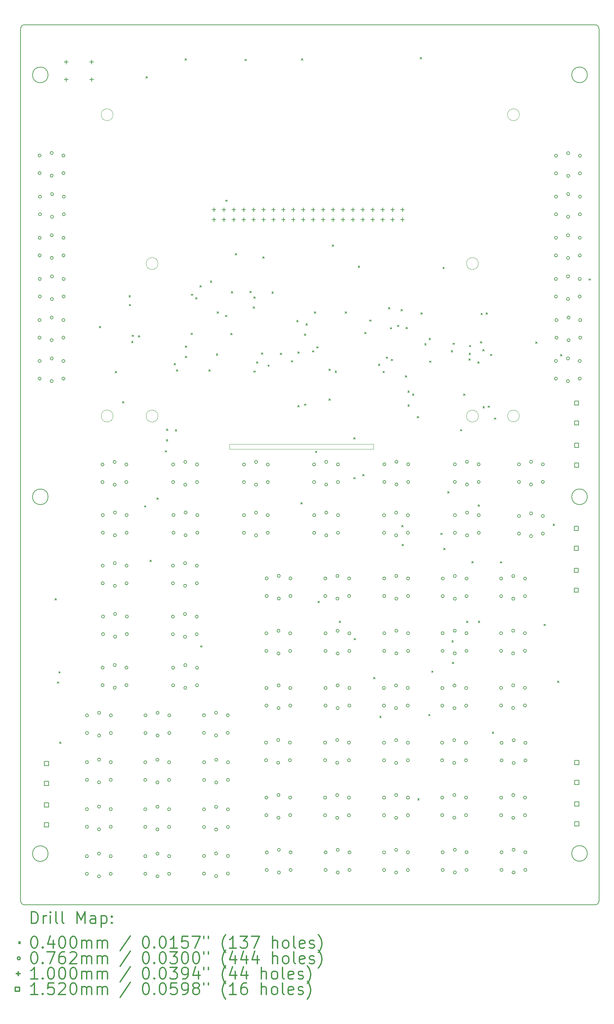
<source format=gbr>
%FSLAX45Y45*%
G04 Gerber Fmt 4.5, Leading zero omitted, Abs format (unit mm)*
G04 Created by KiCad (PCBNEW (5.1.10)-1) date 2022-01-05 11:36:06*
%MOMM*%
%LPD*%
G01*
G04 APERTURE LIST*
%TA.AperFunction,Profile*%
%ADD10C,0.050000*%
%TD*%
%TA.AperFunction,Profile*%
%ADD11C,0.200000*%
%TD*%
%ADD12C,0.200000*%
%ADD13C,0.300000*%
G04 APERTURE END LIST*
D10*
X14833600Y-8409940D02*
G75*
G03*
X14833600Y-8409940I-152400J0D01*
G01*
X6634480Y-8409940D02*
G75*
G03*
X6634480Y-8409940I-152400J0D01*
G01*
X14833600Y-12308840D02*
G75*
G03*
X14833600Y-12308840I-152400J0D01*
G01*
X6634480Y-12308840D02*
G75*
G03*
X6634480Y-12308840I-152400J0D01*
G01*
D11*
X3821610Y-3586296D02*
G75*
G03*
X3821610Y-3586296I-200000J0D01*
G01*
X3218905Y-24804294D02*
X17818905Y-24804294D01*
X17621837Y-14372598D02*
G75*
G03*
X17621837Y-14372598I-200000J0D01*
G01*
X17621846Y-3585449D02*
G75*
G03*
X17621846Y-3585449I-200000J0D01*
G01*
X3118905Y-2404294D02*
G75*
G02*
X3218905Y-2304294I100000J0D01*
G01*
X3821846Y-23494548D02*
G75*
G03*
X3821846Y-23494548I-200000J0D01*
G01*
X17918905Y-24704294D02*
X17918905Y-2404294D01*
X3118905Y-2404294D02*
X3118905Y-24704294D01*
X3218905Y-24804294D02*
G75*
G02*
X3118905Y-24704294I0J100000D01*
G01*
X17818905Y-2304294D02*
G75*
G02*
X17918905Y-2404294I0J-100000D01*
G01*
X17818905Y-2304294D02*
X3218905Y-2304294D01*
X3821839Y-14372603D02*
G75*
G03*
X3821839Y-14372603I-200000J0D01*
G01*
X17918905Y-24704294D02*
G75*
G02*
X17818905Y-24804294I-100000J0D01*
G01*
X17621847Y-23490032D02*
G75*
G03*
X17621847Y-23490032I-200000J0D01*
G01*
D10*
X15880166Y-12306300D02*
G75*
G03*
X15880166Y-12306300I-149946J0D01*
G01*
X5483860Y-12306300D02*
G75*
G03*
X5483860Y-12306300I-152400J0D01*
G01*
X15882641Y-4605020D02*
G75*
G03*
X15882641Y-4605020I-152421J0D01*
G01*
X5483881Y-4605020D02*
G75*
G03*
X5483881Y-4605020I-152421J0D01*
G01*
X8468360Y-13022580D02*
X10279380Y-13022580D01*
X8468360Y-13152120D02*
X8468360Y-13022580D01*
X12146280Y-13152120D02*
X8468360Y-13152120D01*
X12146280Y-13022580D02*
X12146280Y-13152120D01*
X10279380Y-13022580D02*
X12146280Y-13022580D01*
D12*
X3994630Y-16971550D02*
X4034630Y-17011550D01*
X4034630Y-16971550D02*
X3994630Y-17011550D01*
X4058260Y-19101620D02*
X4098260Y-19141620D01*
X4098260Y-19101620D02*
X4058260Y-19141620D01*
X4094140Y-18840150D02*
X4134140Y-18880150D01*
X4134140Y-18840150D02*
X4094140Y-18880150D01*
X4116170Y-20639820D02*
X4156170Y-20679820D01*
X4156170Y-20639820D02*
X4116170Y-20679820D01*
X5133560Y-10012480D02*
X5173560Y-10052480D01*
X5173560Y-10012480D02*
X5133560Y-10052480D01*
X5540400Y-11163690D02*
X5580400Y-11203690D01*
X5580400Y-11163690D02*
X5540400Y-11203690D01*
X5725810Y-11932130D02*
X5765810Y-11972130D01*
X5765810Y-11932130D02*
X5725810Y-11972130D01*
X5887830Y-9225490D02*
X5927830Y-9265490D01*
X5927830Y-9225490D02*
X5887830Y-9265490D01*
X5898380Y-9450380D02*
X5938380Y-9490380D01*
X5938380Y-9450380D02*
X5898380Y-9490380D01*
X5956440Y-10395850D02*
X5996440Y-10435850D01*
X5996440Y-10395850D02*
X5956440Y-10435850D01*
X5968470Y-10237260D02*
X6008470Y-10277260D01*
X6008470Y-10237260D02*
X5968470Y-10277260D01*
X6130060Y-10249690D02*
X6170060Y-10289690D01*
X6170060Y-10249690D02*
X6130060Y-10289690D01*
X6286190Y-14596480D02*
X6326190Y-14636480D01*
X6326190Y-14596480D02*
X6286190Y-14636480D01*
X6325290Y-3626250D02*
X6365290Y-3666250D01*
X6365290Y-3626250D02*
X6325290Y-3666250D01*
X6427480Y-15991200D02*
X6467480Y-16031200D01*
X6467480Y-15991200D02*
X6427480Y-16031200D01*
X6604620Y-14398290D02*
X6644620Y-14438290D01*
X6644620Y-14398290D02*
X6604620Y-14438290D01*
X6814920Y-13190840D02*
X6854920Y-13230840D01*
X6854920Y-13190840D02*
X6814920Y-13230840D01*
X6845650Y-12909040D02*
X6885650Y-12949040D01*
X6885650Y-12909040D02*
X6845650Y-12949040D01*
X6847740Y-12636640D02*
X6887740Y-12676640D01*
X6887740Y-12636640D02*
X6847740Y-12676640D01*
X7044750Y-10960320D02*
X7084750Y-11000320D01*
X7084750Y-10960320D02*
X7044750Y-11000320D01*
X7074120Y-12652030D02*
X7114120Y-12692030D01*
X7114120Y-12652030D02*
X7074120Y-12692030D01*
X7102520Y-11124420D02*
X7142520Y-11164420D01*
X7142520Y-11124420D02*
X7102520Y-11164420D01*
X7326480Y-3171280D02*
X7366480Y-3211280D01*
X7366480Y-3171280D02*
X7326480Y-3211280D01*
X7330590Y-10514210D02*
X7370590Y-10554210D01*
X7370590Y-10514210D02*
X7330590Y-10554210D01*
X7333740Y-10773870D02*
X7373740Y-10813870D01*
X7373740Y-10773870D02*
X7333740Y-10813870D01*
X7478250Y-10186690D02*
X7518250Y-10226690D01*
X7518250Y-10186690D02*
X7478250Y-10226690D01*
X7487650Y-9186800D02*
X7527650Y-9226800D01*
X7527650Y-9186800D02*
X7487650Y-9226800D01*
X7592790Y-9276230D02*
X7632790Y-9316230D01*
X7632790Y-9276230D02*
X7592790Y-9316230D01*
X7702480Y-8971750D02*
X7742480Y-9011750D01*
X7742480Y-8971750D02*
X7702480Y-9011750D01*
X7723840Y-18179410D02*
X7763840Y-18219410D01*
X7763840Y-18179410D02*
X7723840Y-18219410D01*
X7931780Y-11123980D02*
X7971780Y-11163980D01*
X7971780Y-11123980D02*
X7931780Y-11163980D01*
X7971930Y-8852300D02*
X8011930Y-8892300D01*
X8011930Y-8852300D02*
X7971930Y-8892300D01*
X8124650Y-10718050D02*
X8164650Y-10758050D01*
X8164650Y-10718050D02*
X8124650Y-10758050D01*
X8146890Y-9639420D02*
X8186890Y-9679420D01*
X8186890Y-9639420D02*
X8146890Y-9679420D01*
X8354660Y-9727820D02*
X8394660Y-9767820D01*
X8394660Y-9727820D02*
X8354660Y-9767820D01*
X8364330Y-6781910D02*
X8404330Y-6821910D01*
X8404330Y-6781910D02*
X8364330Y-6821910D01*
X8491010Y-10191930D02*
X8531010Y-10231930D01*
X8531010Y-10191930D02*
X8491010Y-10231930D01*
X8512040Y-9120590D02*
X8552040Y-9160590D01*
X8552040Y-9120590D02*
X8512040Y-9160590D01*
X8610990Y-8148060D02*
X8650990Y-8188060D01*
X8650990Y-8148060D02*
X8610990Y-8188060D01*
X8859510Y-3184150D02*
X8899510Y-3224150D01*
X8899510Y-3184150D02*
X8859510Y-3224150D01*
X8984300Y-9114980D02*
X9024300Y-9154980D01*
X9024300Y-9114980D02*
X8984300Y-9154980D01*
X9067400Y-9514280D02*
X9107400Y-9554280D01*
X9107400Y-9514280D02*
X9067400Y-9554280D01*
X9083710Y-11150300D02*
X9123710Y-11190300D01*
X9123710Y-11150300D02*
X9083710Y-11190300D01*
X9085970Y-9256840D02*
X9125970Y-9296840D01*
X9125970Y-9256840D02*
X9085970Y-9296840D01*
X9150460Y-10919150D02*
X9190460Y-10959150D01*
X9190460Y-10919150D02*
X9150460Y-10959150D01*
X9279230Y-10688260D02*
X9319230Y-10728260D01*
X9319230Y-10688260D02*
X9279230Y-10728260D01*
X9314460Y-8237570D02*
X9354460Y-8277570D01*
X9354460Y-8237570D02*
X9314460Y-8277570D01*
X9444660Y-10998120D02*
X9484660Y-11038120D01*
X9484660Y-10998120D02*
X9444660Y-11038120D01*
X9545360Y-9129490D02*
X9585360Y-9169490D01*
X9585360Y-9129490D02*
X9545360Y-9169490D01*
X9761590Y-10700840D02*
X9801590Y-10740840D01*
X9801590Y-10700840D02*
X9761590Y-10740840D01*
X10039610Y-10887920D02*
X10079610Y-10927920D01*
X10079610Y-10887920D02*
X10039610Y-10927920D01*
X10182210Y-9862100D02*
X10222210Y-9902100D01*
X10222210Y-9862100D02*
X10182210Y-9902100D01*
X10211910Y-10666660D02*
X10251910Y-10706660D01*
X10251910Y-10666660D02*
X10211910Y-10706660D01*
X10211910Y-12036440D02*
X10251910Y-12076440D01*
X10251910Y-12036440D02*
X10211910Y-12076440D01*
X10287320Y-14513880D02*
X10327320Y-14553880D01*
X10327320Y-14513880D02*
X10287320Y-14553880D01*
X10303910Y-3171280D02*
X10343910Y-3211280D01*
X10343910Y-3171280D02*
X10303910Y-3211280D01*
X10382850Y-10209620D02*
X10422850Y-10249620D01*
X10422850Y-10209620D02*
X10382850Y-10249620D01*
X10382850Y-11999040D02*
X10422850Y-12039040D01*
X10422850Y-11999040D02*
X10382850Y-12039040D01*
X10417480Y-9945400D02*
X10457480Y-9985400D01*
X10457480Y-9945400D02*
X10417480Y-9985400D01*
X10586070Y-10635370D02*
X10626070Y-10675370D01*
X10626070Y-10635370D02*
X10586070Y-10675370D01*
X10632190Y-9640250D02*
X10672190Y-9680250D01*
X10672190Y-9640250D02*
X10632190Y-9680250D01*
X10664420Y-13200610D02*
X10704420Y-13240610D01*
X10704420Y-13200610D02*
X10664420Y-13240610D01*
X10691480Y-10533660D02*
X10731480Y-10573660D01*
X10731480Y-10533660D02*
X10691480Y-10573660D01*
X10730080Y-17040480D02*
X10770080Y-17080480D01*
X10770080Y-17040480D02*
X10730080Y-17080480D01*
X11004470Y-11107730D02*
X11044470Y-11147730D01*
X11044470Y-11107730D02*
X11004470Y-11147730D01*
X11004470Y-11864370D02*
X11044470Y-11904370D01*
X11044470Y-11864370D02*
X11004470Y-11904370D01*
X11092460Y-7927150D02*
X11132460Y-7967150D01*
X11132460Y-7927150D02*
X11092460Y-7967150D01*
X11164610Y-11153550D02*
X11204610Y-11193550D01*
X11204610Y-11153550D02*
X11164610Y-11193550D01*
X11269770Y-17550360D02*
X11309770Y-17590360D01*
X11309770Y-17550360D02*
X11269770Y-17590360D01*
X11420950Y-9638840D02*
X11460950Y-9678840D01*
X11460950Y-9638840D02*
X11420950Y-9678840D01*
X11639390Y-12856170D02*
X11679390Y-12896170D01*
X11679390Y-12856170D02*
X11639390Y-12896170D01*
X11644420Y-13878130D02*
X11684420Y-13918130D01*
X11684420Y-13878130D02*
X11644420Y-13918130D01*
X11653240Y-17993520D02*
X11693240Y-18033520D01*
X11693240Y-17993520D02*
X11653240Y-18033520D01*
X11757000Y-8469230D02*
X11797000Y-8509230D01*
X11797000Y-8469230D02*
X11757000Y-8509230D01*
X11873290Y-13794250D02*
X11913290Y-13834250D01*
X11913290Y-13794250D02*
X11873290Y-13834250D01*
X11922020Y-10166600D02*
X11962020Y-10206600D01*
X11962020Y-10166600D02*
X11922020Y-10206600D01*
X12045400Y-9847940D02*
X12085400Y-9887940D01*
X12085400Y-9847940D02*
X12045400Y-9887940D01*
X12151680Y-18989360D02*
X12191680Y-19029360D01*
X12191680Y-18989360D02*
X12151680Y-19029360D01*
X12272240Y-10980030D02*
X12312240Y-11020030D01*
X12312240Y-10980030D02*
X12272240Y-11020030D01*
X12307370Y-19980810D02*
X12347370Y-20020810D01*
X12347370Y-19980810D02*
X12307370Y-20020810D01*
X12390610Y-11159610D02*
X12430610Y-11199610D01*
X12430610Y-11159610D02*
X12390610Y-11199610D01*
X12472840Y-10796140D02*
X12512840Y-10836140D01*
X12512840Y-10796140D02*
X12472840Y-10836140D01*
X12531970Y-9527140D02*
X12571970Y-9567140D01*
X12571970Y-9527140D02*
X12531970Y-9567140D01*
X12577860Y-10042810D02*
X12617860Y-10082810D01*
X12617860Y-10042810D02*
X12577860Y-10082810D01*
X12599800Y-10855830D02*
X12639800Y-10895830D01*
X12639800Y-10855830D02*
X12599800Y-10895830D01*
X12758220Y-9983740D02*
X12798220Y-10023740D01*
X12798220Y-9983740D02*
X12758220Y-10023740D01*
X12852140Y-9582530D02*
X12892140Y-9622530D01*
X12892140Y-9582530D02*
X12852140Y-9622530D01*
X12870690Y-15102690D02*
X12910690Y-15142690D01*
X12910690Y-15102690D02*
X12870690Y-15142690D01*
X12875790Y-15582880D02*
X12915790Y-15622880D01*
X12915790Y-15582880D02*
X12875790Y-15622880D01*
X12965450Y-11276700D02*
X13005450Y-11316700D01*
X13005450Y-11276700D02*
X12965450Y-11316700D01*
X12976920Y-10037110D02*
X13016920Y-10077110D01*
X13016920Y-10037110D02*
X12976920Y-10077110D01*
X13026440Y-11663980D02*
X13066440Y-11703980D01*
X13066440Y-11663980D02*
X13026440Y-11703980D01*
X13026440Y-12020980D02*
X13066440Y-12060980D01*
X13066440Y-12020980D02*
X13026440Y-12060980D01*
X13145070Y-11738350D02*
X13185070Y-11778350D01*
X13185070Y-11738350D02*
X13145070Y-11778350D01*
X13268620Y-12316410D02*
X13308620Y-12356410D01*
X13308620Y-12316410D02*
X13268620Y-12356410D01*
X13279200Y-22088350D02*
X13319200Y-22128350D01*
X13319200Y-22088350D02*
X13279200Y-22128350D01*
X13344050Y-3138860D02*
X13384050Y-3178860D01*
X13384050Y-3138860D02*
X13344050Y-3178860D01*
X13363770Y-9662660D02*
X13403770Y-9702660D01*
X13403770Y-9662660D02*
X13363770Y-9702660D01*
X13457760Y-10450790D02*
X13497760Y-10490790D01*
X13497760Y-10450790D02*
X13457760Y-10490790D01*
X13560280Y-19931110D02*
X13600280Y-19971110D01*
X13600280Y-19931110D02*
X13560280Y-19971110D01*
X13567420Y-10315110D02*
X13607420Y-10355110D01*
X13607420Y-10315110D02*
X13567420Y-10355110D01*
X13578950Y-10896290D02*
X13618950Y-10936290D01*
X13618950Y-10896290D02*
X13578950Y-10936290D01*
X13635290Y-18822010D02*
X13675290Y-18862010D01*
X13675290Y-18822010D02*
X13635290Y-18862010D01*
X13867050Y-15300790D02*
X13907050Y-15340790D01*
X13907050Y-15300790D02*
X13867050Y-15340790D01*
X13923750Y-8502140D02*
X13963750Y-8542140D01*
X13963750Y-8502140D02*
X13923750Y-8542140D01*
X13942250Y-15683140D02*
X13982250Y-15723140D01*
X13982250Y-15683140D02*
X13942250Y-15723140D01*
X14047840Y-14234880D02*
X14087840Y-14274880D01*
X14087840Y-14234880D02*
X14047840Y-14274880D01*
X14135840Y-10632670D02*
X14175840Y-10672670D01*
X14175840Y-10632670D02*
X14135840Y-10672670D01*
X14153200Y-18044480D02*
X14193200Y-18084480D01*
X14193200Y-18044480D02*
X14153200Y-18084480D01*
X14166080Y-18599550D02*
X14206080Y-18639550D01*
X14206080Y-18599550D02*
X14166080Y-18639550D01*
X14181750Y-10439630D02*
X14221750Y-10479630D01*
X14221750Y-10439630D02*
X14181750Y-10479630D01*
X14371790Y-12648880D02*
X14411790Y-12688880D01*
X14411790Y-12648880D02*
X14371790Y-12688880D01*
X14450680Y-11739770D02*
X14490680Y-11779770D01*
X14490680Y-11739770D02*
X14450680Y-11779770D01*
X14530110Y-17550360D02*
X14570110Y-17590360D01*
X14570110Y-17550360D02*
X14530110Y-17590360D01*
X14590410Y-10843200D02*
X14630410Y-10883200D01*
X14630410Y-10843200D02*
X14590410Y-10883200D01*
X14592660Y-10696360D02*
X14632660Y-10736360D01*
X14632660Y-10696360D02*
X14592660Y-10736360D01*
X14601840Y-10498640D02*
X14641840Y-10538640D01*
X14641840Y-10498640D02*
X14601840Y-10538640D01*
X14661610Y-16026690D02*
X14701610Y-16066690D01*
X14701610Y-16026690D02*
X14661610Y-16066690D01*
X14819800Y-10916950D02*
X14859800Y-10956950D01*
X14859800Y-10916950D02*
X14819800Y-10956950D01*
X14823780Y-14577330D02*
X14863780Y-14617330D01*
X14863780Y-14577330D02*
X14823780Y-14617330D01*
X14829380Y-17550360D02*
X14869380Y-17590360D01*
X14869380Y-17550360D02*
X14829380Y-17590360D01*
X14887080Y-10399610D02*
X14927080Y-10439610D01*
X14927080Y-10399610D02*
X14887080Y-10439610D01*
X14896400Y-9677690D02*
X14936400Y-9717690D01*
X14936400Y-9677690D02*
X14896400Y-9717690D01*
X14943900Y-10602790D02*
X14983900Y-10642790D01*
X14983900Y-10602790D02*
X14943900Y-10642790D01*
X14948320Y-12062140D02*
X14988320Y-12102140D01*
X14988320Y-12062140D02*
X14948320Y-12102140D01*
X15030080Y-9666410D02*
X15070080Y-9706410D01*
X15070080Y-9666410D02*
X15030080Y-9706410D01*
X15079820Y-12048670D02*
X15119820Y-12088670D01*
X15119820Y-12048670D02*
X15079820Y-12088670D01*
X15136250Y-10728170D02*
X15176250Y-10768170D01*
X15176250Y-10728170D02*
X15136250Y-10768170D01*
X15184440Y-20381280D02*
X15224440Y-20421280D01*
X15224440Y-20381280D02*
X15184440Y-20421280D01*
X15238740Y-12352950D02*
X15278740Y-12392950D01*
X15278740Y-12352950D02*
X15238740Y-12392950D01*
X15394690Y-16028080D02*
X15434690Y-16068080D01*
X15434690Y-16028080D02*
X15394690Y-16068080D01*
X16300550Y-10412750D02*
X16340550Y-10452750D01*
X16340550Y-10412750D02*
X16300550Y-10452750D01*
X16510320Y-17627920D02*
X16550320Y-17667920D01*
X16550320Y-17627920D02*
X16510320Y-17667920D01*
X16744000Y-15067600D02*
X16784000Y-15107600D01*
X16784000Y-15067600D02*
X16744000Y-15107600D01*
X16859780Y-19078620D02*
X16899780Y-19118620D01*
X16899780Y-19078620D02*
X16859780Y-19118620D01*
X16934820Y-10732450D02*
X16974820Y-10772450D01*
X16974820Y-10732450D02*
X16934820Y-10772450D01*
X17663740Y-8796730D02*
X17703740Y-8836730D01*
X17703740Y-8796730D02*
X17663740Y-8836730D01*
X3640120Y-9853880D02*
G75*
G03*
X3640120Y-9853880I-38100J0D01*
G01*
X3640120Y-10303880D02*
G75*
G03*
X3640120Y-10303880I-38100J0D01*
G01*
X3641140Y-5647640D02*
G75*
G03*
X3641140Y-5647640I-38100J0D01*
G01*
X3641140Y-6097640D02*
G75*
G03*
X3641140Y-6097640I-38100J0D01*
G01*
X3641140Y-10900400D02*
G75*
G03*
X3641140Y-10900400I-38100J0D01*
G01*
X3641140Y-11350400D02*
G75*
G03*
X3641140Y-11350400I-38100J0D01*
G01*
X3642660Y-7750760D02*
G75*
G03*
X3642660Y-7750760I-38100J0D01*
G01*
X3642660Y-8200760D02*
G75*
G03*
X3642660Y-8200760I-38100J0D01*
G01*
X3646220Y-8802320D02*
G75*
G03*
X3646220Y-8802320I-38100J0D01*
G01*
X3646220Y-9252320D02*
G75*
G03*
X3646220Y-9252320I-38100J0D01*
G01*
X3651300Y-6699200D02*
G75*
G03*
X3651300Y-6699200I-38100J0D01*
G01*
X3651300Y-7149200D02*
G75*
G03*
X3651300Y-7149200I-38100J0D01*
G01*
X3950120Y-9788880D02*
G75*
G03*
X3950120Y-9788880I-38100J0D01*
G01*
X3950120Y-10368880D02*
G75*
G03*
X3950120Y-10368880I-38100J0D01*
G01*
X3951140Y-5582640D02*
G75*
G03*
X3951140Y-5582640I-38100J0D01*
G01*
X3951140Y-6162640D02*
G75*
G03*
X3951140Y-6162640I-38100J0D01*
G01*
X3951140Y-10835400D02*
G75*
G03*
X3951140Y-10835400I-38100J0D01*
G01*
X3951140Y-11415400D02*
G75*
G03*
X3951140Y-11415400I-38100J0D01*
G01*
X3952660Y-7685760D02*
G75*
G03*
X3952660Y-7685760I-38100J0D01*
G01*
X3952660Y-8265760D02*
G75*
G03*
X3952660Y-8265760I-38100J0D01*
G01*
X3956220Y-8737320D02*
G75*
G03*
X3956220Y-8737320I-38100J0D01*
G01*
X3956220Y-9317320D02*
G75*
G03*
X3956220Y-9317320I-38100J0D01*
G01*
X3961300Y-6634200D02*
G75*
G03*
X3961300Y-6634200I-38100J0D01*
G01*
X3961300Y-7214200D02*
G75*
G03*
X3961300Y-7214200I-38100J0D01*
G01*
X4250120Y-9853880D02*
G75*
G03*
X4250120Y-9853880I-38100J0D01*
G01*
X4250120Y-10303880D02*
G75*
G03*
X4250120Y-10303880I-38100J0D01*
G01*
X4251140Y-5647640D02*
G75*
G03*
X4251140Y-5647640I-38100J0D01*
G01*
X4251140Y-6097640D02*
G75*
G03*
X4251140Y-6097640I-38100J0D01*
G01*
X4251140Y-10900400D02*
G75*
G03*
X4251140Y-10900400I-38100J0D01*
G01*
X4251140Y-11350400D02*
G75*
G03*
X4251140Y-11350400I-38100J0D01*
G01*
X4252660Y-7750760D02*
G75*
G03*
X4252660Y-7750760I-38100J0D01*
G01*
X4252660Y-8200760D02*
G75*
G03*
X4252660Y-8200760I-38100J0D01*
G01*
X4256220Y-8802320D02*
G75*
G03*
X4256220Y-8802320I-38100J0D01*
G01*
X4256220Y-9252320D02*
G75*
G03*
X4256220Y-9252320I-38100J0D01*
G01*
X4261300Y-6699200D02*
G75*
G03*
X4261300Y-6699200I-38100J0D01*
G01*
X4261300Y-7149200D02*
G75*
G03*
X4261300Y-7149200I-38100J0D01*
G01*
X4851300Y-23560000D02*
G75*
G03*
X4851300Y-23560000I-38100J0D01*
G01*
X4851300Y-24010000D02*
G75*
G03*
X4851300Y-24010000I-38100J0D01*
G01*
X4852700Y-21156900D02*
G75*
G03*
X4852700Y-21156900I-38100J0D01*
G01*
X4852700Y-21606900D02*
G75*
G03*
X4852700Y-21606900I-38100J0D01*
G01*
X4852700Y-22358300D02*
G75*
G03*
X4852700Y-22358300I-38100J0D01*
G01*
X4852700Y-22808300D02*
G75*
G03*
X4852700Y-22808300I-38100J0D01*
G01*
X4855300Y-19960500D02*
G75*
G03*
X4855300Y-19960500I-38100J0D01*
G01*
X4855300Y-20410500D02*
G75*
G03*
X4855300Y-20410500I-38100J0D01*
G01*
X5161300Y-23495000D02*
G75*
G03*
X5161300Y-23495000I-38100J0D01*
G01*
X5161300Y-24075000D02*
G75*
G03*
X5161300Y-24075000I-38100J0D01*
G01*
X5162700Y-21091900D02*
G75*
G03*
X5162700Y-21091900I-38100J0D01*
G01*
X5162700Y-21671900D02*
G75*
G03*
X5162700Y-21671900I-38100J0D01*
G01*
X5162700Y-22293300D02*
G75*
G03*
X5162700Y-22293300I-38100J0D01*
G01*
X5162700Y-22873300D02*
G75*
G03*
X5162700Y-22873300I-38100J0D01*
G01*
X5165300Y-19895500D02*
G75*
G03*
X5165300Y-19895500I-38100J0D01*
G01*
X5165300Y-20475500D02*
G75*
G03*
X5165300Y-20475500I-38100J0D01*
G01*
X5251500Y-13547000D02*
G75*
G03*
X5251500Y-13547000I-38100J0D01*
G01*
X5251500Y-13997000D02*
G75*
G03*
X5251500Y-13997000I-38100J0D01*
G01*
X5254000Y-18738800D02*
G75*
G03*
X5254000Y-18738800I-38100J0D01*
G01*
X5254000Y-19188800D02*
G75*
G03*
X5254000Y-19188800I-38100J0D01*
G01*
X5256600Y-16132800D02*
G75*
G03*
X5256600Y-16132800I-38100J0D01*
G01*
X5256600Y-16582800D02*
G75*
G03*
X5256600Y-16582800I-38100J0D01*
G01*
X5259100Y-14839900D02*
G75*
G03*
X5259100Y-14839900I-38100J0D01*
G01*
X5259100Y-15289900D02*
G75*
G03*
X5259100Y-15289900I-38100J0D01*
G01*
X5264200Y-17433200D02*
G75*
G03*
X5264200Y-17433200I-38100J0D01*
G01*
X5264200Y-17883200D02*
G75*
G03*
X5264200Y-17883200I-38100J0D01*
G01*
X5461300Y-23560000D02*
G75*
G03*
X5461300Y-23560000I-38100J0D01*
G01*
X5461300Y-24010000D02*
G75*
G03*
X5461300Y-24010000I-38100J0D01*
G01*
X5462700Y-21156900D02*
G75*
G03*
X5462700Y-21156900I-38100J0D01*
G01*
X5462700Y-21606900D02*
G75*
G03*
X5462700Y-21606900I-38100J0D01*
G01*
X5462700Y-22358300D02*
G75*
G03*
X5462700Y-22358300I-38100J0D01*
G01*
X5462700Y-22808300D02*
G75*
G03*
X5462700Y-22808300I-38100J0D01*
G01*
X5465300Y-19960500D02*
G75*
G03*
X5465300Y-19960500I-38100J0D01*
G01*
X5465300Y-20410500D02*
G75*
G03*
X5465300Y-20410500I-38100J0D01*
G01*
X5561500Y-13482000D02*
G75*
G03*
X5561500Y-13482000I-38100J0D01*
G01*
X5561500Y-14062000D02*
G75*
G03*
X5561500Y-14062000I-38100J0D01*
G01*
X5564000Y-18673800D02*
G75*
G03*
X5564000Y-18673800I-38100J0D01*
G01*
X5564000Y-19253800D02*
G75*
G03*
X5564000Y-19253800I-38100J0D01*
G01*
X5566600Y-16067800D02*
G75*
G03*
X5566600Y-16067800I-38100J0D01*
G01*
X5566600Y-16647800D02*
G75*
G03*
X5566600Y-16647800I-38100J0D01*
G01*
X5569100Y-14774900D02*
G75*
G03*
X5569100Y-14774900I-38100J0D01*
G01*
X5569100Y-15354900D02*
G75*
G03*
X5569100Y-15354900I-38100J0D01*
G01*
X5574200Y-17368200D02*
G75*
G03*
X5574200Y-17368200I-38100J0D01*
G01*
X5574200Y-17948200D02*
G75*
G03*
X5574200Y-17948200I-38100J0D01*
G01*
X5861500Y-13547000D02*
G75*
G03*
X5861500Y-13547000I-38100J0D01*
G01*
X5861500Y-13997000D02*
G75*
G03*
X5861500Y-13997000I-38100J0D01*
G01*
X5864000Y-18738800D02*
G75*
G03*
X5864000Y-18738800I-38100J0D01*
G01*
X5864000Y-19188800D02*
G75*
G03*
X5864000Y-19188800I-38100J0D01*
G01*
X5866600Y-16132800D02*
G75*
G03*
X5866600Y-16132800I-38100J0D01*
G01*
X5866600Y-16582800D02*
G75*
G03*
X5866600Y-16582800I-38100J0D01*
G01*
X5869100Y-14839900D02*
G75*
G03*
X5869100Y-14839900I-38100J0D01*
G01*
X5869100Y-15289900D02*
G75*
G03*
X5869100Y-15289900I-38100J0D01*
G01*
X5874200Y-17433200D02*
G75*
G03*
X5874200Y-17433200I-38100J0D01*
G01*
X5874200Y-17883200D02*
G75*
G03*
X5874200Y-17883200I-38100J0D01*
G01*
X6346200Y-21159400D02*
G75*
G03*
X6346200Y-21159400I-38100J0D01*
G01*
X6346200Y-21609400D02*
G75*
G03*
X6346200Y-21609400I-38100J0D01*
G01*
X6346200Y-22360800D02*
G75*
G03*
X6346200Y-22360800I-38100J0D01*
G01*
X6346200Y-22810800D02*
G75*
G03*
X6346200Y-22810800I-38100J0D01*
G01*
X6347300Y-23560000D02*
G75*
G03*
X6347300Y-23560000I-38100J0D01*
G01*
X6347300Y-24010000D02*
G75*
G03*
X6347300Y-24010000I-38100J0D01*
G01*
X6351300Y-19960500D02*
G75*
G03*
X6351300Y-19960500I-38100J0D01*
G01*
X6351300Y-20410500D02*
G75*
G03*
X6351300Y-20410500I-38100J0D01*
G01*
X6656200Y-21094400D02*
G75*
G03*
X6656200Y-21094400I-38100J0D01*
G01*
X6656200Y-21674400D02*
G75*
G03*
X6656200Y-21674400I-38100J0D01*
G01*
X6656200Y-22295800D02*
G75*
G03*
X6656200Y-22295800I-38100J0D01*
G01*
X6656200Y-22875800D02*
G75*
G03*
X6656200Y-22875800I-38100J0D01*
G01*
X6657300Y-23495000D02*
G75*
G03*
X6657300Y-23495000I-38100J0D01*
G01*
X6657300Y-24075000D02*
G75*
G03*
X6657300Y-24075000I-38100J0D01*
G01*
X6661300Y-19895500D02*
G75*
G03*
X6661300Y-19895500I-38100J0D01*
G01*
X6661300Y-20475500D02*
G75*
G03*
X6661300Y-20475500I-38100J0D01*
G01*
X6956200Y-21159400D02*
G75*
G03*
X6956200Y-21159400I-38100J0D01*
G01*
X6956200Y-21609400D02*
G75*
G03*
X6956200Y-21609400I-38100J0D01*
G01*
X6956200Y-22360800D02*
G75*
G03*
X6956200Y-22360800I-38100J0D01*
G01*
X6956200Y-22810800D02*
G75*
G03*
X6956200Y-22810800I-38100J0D01*
G01*
X6957300Y-23560000D02*
G75*
G03*
X6957300Y-23560000I-38100J0D01*
G01*
X6957300Y-24010000D02*
G75*
G03*
X6957300Y-24010000I-38100J0D01*
G01*
X6961300Y-19960500D02*
G75*
G03*
X6961300Y-19960500I-38100J0D01*
G01*
X6961300Y-20410500D02*
G75*
G03*
X6961300Y-20410500I-38100J0D01*
G01*
X7052400Y-17435800D02*
G75*
G03*
X7052400Y-17435800I-38100J0D01*
G01*
X7052400Y-17885800D02*
G75*
G03*
X7052400Y-17885800I-38100J0D01*
G01*
X7054900Y-16132800D02*
G75*
G03*
X7054900Y-16132800I-38100J0D01*
G01*
X7054900Y-16582800D02*
G75*
G03*
X7054900Y-16582800I-38100J0D01*
G01*
X7060000Y-13547000D02*
G75*
G03*
X7060000Y-13547000I-38100J0D01*
G01*
X7060000Y-13997000D02*
G75*
G03*
X7060000Y-13997000I-38100J0D01*
G01*
X7060000Y-18741300D02*
G75*
G03*
X7060000Y-18741300I-38100J0D01*
G01*
X7060000Y-19191300D02*
G75*
G03*
X7060000Y-19191300I-38100J0D01*
G01*
X7067600Y-14839900D02*
G75*
G03*
X7067600Y-14839900I-38100J0D01*
G01*
X7067600Y-15289900D02*
G75*
G03*
X7067600Y-15289900I-38100J0D01*
G01*
X7362400Y-17370800D02*
G75*
G03*
X7362400Y-17370800I-38100J0D01*
G01*
X7362400Y-17950800D02*
G75*
G03*
X7362400Y-17950800I-38100J0D01*
G01*
X7364900Y-16067800D02*
G75*
G03*
X7364900Y-16067800I-38100J0D01*
G01*
X7364900Y-16647800D02*
G75*
G03*
X7364900Y-16647800I-38100J0D01*
G01*
X7370000Y-13482000D02*
G75*
G03*
X7370000Y-13482000I-38100J0D01*
G01*
X7370000Y-14062000D02*
G75*
G03*
X7370000Y-14062000I-38100J0D01*
G01*
X7370000Y-18676300D02*
G75*
G03*
X7370000Y-18676300I-38100J0D01*
G01*
X7370000Y-19256300D02*
G75*
G03*
X7370000Y-19256300I-38100J0D01*
G01*
X7377600Y-14774900D02*
G75*
G03*
X7377600Y-14774900I-38100J0D01*
G01*
X7377600Y-15354900D02*
G75*
G03*
X7377600Y-15354900I-38100J0D01*
G01*
X7662400Y-17435800D02*
G75*
G03*
X7662400Y-17435800I-38100J0D01*
G01*
X7662400Y-17885800D02*
G75*
G03*
X7662400Y-17885800I-38100J0D01*
G01*
X7664900Y-16132800D02*
G75*
G03*
X7664900Y-16132800I-38100J0D01*
G01*
X7664900Y-16582800D02*
G75*
G03*
X7664900Y-16582800I-38100J0D01*
G01*
X7670000Y-13547000D02*
G75*
G03*
X7670000Y-13547000I-38100J0D01*
G01*
X7670000Y-13997000D02*
G75*
G03*
X7670000Y-13997000I-38100J0D01*
G01*
X7670000Y-18741300D02*
G75*
G03*
X7670000Y-18741300I-38100J0D01*
G01*
X7670000Y-19191300D02*
G75*
G03*
X7670000Y-19191300I-38100J0D01*
G01*
X7677600Y-14839900D02*
G75*
G03*
X7677600Y-14839900I-38100J0D01*
G01*
X7677600Y-15289900D02*
G75*
G03*
X7677600Y-15289900I-38100J0D01*
G01*
X7847400Y-19958000D02*
G75*
G03*
X7847400Y-19958000I-38100J0D01*
G01*
X7847400Y-20408000D02*
G75*
G03*
X7847400Y-20408000I-38100J0D01*
G01*
X7849900Y-22363400D02*
G75*
G03*
X7849900Y-22363400I-38100J0D01*
G01*
X7849900Y-22813400D02*
G75*
G03*
X7849900Y-22813400I-38100J0D01*
G01*
X7849900Y-23554600D02*
G75*
G03*
X7849900Y-23554600I-38100J0D01*
G01*
X7849900Y-24004600D02*
G75*
G03*
X7849900Y-24004600I-38100J0D01*
G01*
X7852500Y-21159400D02*
G75*
G03*
X7852500Y-21159400I-38100J0D01*
G01*
X7852500Y-21609400D02*
G75*
G03*
X7852500Y-21609400I-38100J0D01*
G01*
X8157400Y-19893000D02*
G75*
G03*
X8157400Y-19893000I-38100J0D01*
G01*
X8157400Y-20473000D02*
G75*
G03*
X8157400Y-20473000I-38100J0D01*
G01*
X8159900Y-22298400D02*
G75*
G03*
X8159900Y-22298400I-38100J0D01*
G01*
X8159900Y-22878400D02*
G75*
G03*
X8159900Y-22878400I-38100J0D01*
G01*
X8159900Y-23489600D02*
G75*
G03*
X8159900Y-23489600I-38100J0D01*
G01*
X8159900Y-24069600D02*
G75*
G03*
X8159900Y-24069600I-38100J0D01*
G01*
X8162500Y-21094400D02*
G75*
G03*
X8162500Y-21094400I-38100J0D01*
G01*
X8162500Y-21674400D02*
G75*
G03*
X8162500Y-21674400I-38100J0D01*
G01*
X8457400Y-19958000D02*
G75*
G03*
X8457400Y-19958000I-38100J0D01*
G01*
X8457400Y-20408000D02*
G75*
G03*
X8457400Y-20408000I-38100J0D01*
G01*
X8459900Y-22363400D02*
G75*
G03*
X8459900Y-22363400I-38100J0D01*
G01*
X8459900Y-22813400D02*
G75*
G03*
X8459900Y-22813400I-38100J0D01*
G01*
X8459900Y-23554600D02*
G75*
G03*
X8459900Y-23554600I-38100J0D01*
G01*
X8459900Y-24004600D02*
G75*
G03*
X8459900Y-24004600I-38100J0D01*
G01*
X8462500Y-21159400D02*
G75*
G03*
X8462500Y-21159400I-38100J0D01*
G01*
X8462500Y-21609400D02*
G75*
G03*
X8462500Y-21609400I-38100J0D01*
G01*
X8871000Y-13547000D02*
G75*
G03*
X8871000Y-13547000I-38100J0D01*
G01*
X8871000Y-13997000D02*
G75*
G03*
X8871000Y-13997000I-38100J0D01*
G01*
X8871000Y-14842400D02*
G75*
G03*
X8871000Y-14842400I-38100J0D01*
G01*
X8871000Y-15292400D02*
G75*
G03*
X8871000Y-15292400I-38100J0D01*
G01*
X9181000Y-13482000D02*
G75*
G03*
X9181000Y-13482000I-38100J0D01*
G01*
X9181000Y-14062000D02*
G75*
G03*
X9181000Y-14062000I-38100J0D01*
G01*
X9181000Y-14777400D02*
G75*
G03*
X9181000Y-14777400I-38100J0D01*
G01*
X9181000Y-15357400D02*
G75*
G03*
X9181000Y-15357400I-38100J0D01*
G01*
X9437400Y-20656500D02*
G75*
G03*
X9437400Y-20656500I-38100J0D01*
G01*
X9437400Y-21106500D02*
G75*
G03*
X9437400Y-21106500I-38100J0D01*
G01*
X9445000Y-17862500D02*
G75*
G03*
X9445000Y-17862500I-38100J0D01*
G01*
X9445000Y-18312500D02*
G75*
G03*
X9445000Y-18312500I-38100J0D01*
G01*
X9445000Y-22061100D02*
G75*
G03*
X9445000Y-22061100I-38100J0D01*
G01*
X9445000Y-22511100D02*
G75*
G03*
X9445000Y-22511100I-38100J0D01*
G01*
X9447600Y-19259500D02*
G75*
G03*
X9447600Y-19259500I-38100J0D01*
G01*
X9447600Y-19709500D02*
G75*
G03*
X9447600Y-19709500I-38100J0D01*
G01*
X9452700Y-16457900D02*
G75*
G03*
X9452700Y-16457900I-38100J0D01*
G01*
X9452700Y-16907900D02*
G75*
G03*
X9452700Y-16907900I-38100J0D01*
G01*
X9455200Y-23463200D02*
G75*
G03*
X9455200Y-23463200I-38100J0D01*
G01*
X9455200Y-23913200D02*
G75*
G03*
X9455200Y-23913200I-38100J0D01*
G01*
X9481000Y-13547000D02*
G75*
G03*
X9481000Y-13547000I-38100J0D01*
G01*
X9481000Y-13997000D02*
G75*
G03*
X9481000Y-13997000I-38100J0D01*
G01*
X9481000Y-14842400D02*
G75*
G03*
X9481000Y-14842400I-38100J0D01*
G01*
X9481000Y-15292400D02*
G75*
G03*
X9481000Y-15292400I-38100J0D01*
G01*
X9747400Y-20591500D02*
G75*
G03*
X9747400Y-20591500I-38100J0D01*
G01*
X9747400Y-21171500D02*
G75*
G03*
X9747400Y-21171500I-38100J0D01*
G01*
X9755000Y-17797500D02*
G75*
G03*
X9755000Y-17797500I-38100J0D01*
G01*
X9755000Y-18377500D02*
G75*
G03*
X9755000Y-18377500I-38100J0D01*
G01*
X9755000Y-21996100D02*
G75*
G03*
X9755000Y-21996100I-38100J0D01*
G01*
X9755000Y-22576100D02*
G75*
G03*
X9755000Y-22576100I-38100J0D01*
G01*
X9757600Y-19194500D02*
G75*
G03*
X9757600Y-19194500I-38100J0D01*
G01*
X9757600Y-19774500D02*
G75*
G03*
X9757600Y-19774500I-38100J0D01*
G01*
X9762700Y-16392900D02*
G75*
G03*
X9762700Y-16392900I-38100J0D01*
G01*
X9762700Y-16972900D02*
G75*
G03*
X9762700Y-16972900I-38100J0D01*
G01*
X9765200Y-23398200D02*
G75*
G03*
X9765200Y-23398200I-38100J0D01*
G01*
X9765200Y-23978200D02*
G75*
G03*
X9765200Y-23978200I-38100J0D01*
G01*
X10047400Y-20656500D02*
G75*
G03*
X10047400Y-20656500I-38100J0D01*
G01*
X10047400Y-21106500D02*
G75*
G03*
X10047400Y-21106500I-38100J0D01*
G01*
X10055000Y-17862500D02*
G75*
G03*
X10055000Y-17862500I-38100J0D01*
G01*
X10055000Y-18312500D02*
G75*
G03*
X10055000Y-18312500I-38100J0D01*
G01*
X10055000Y-22061100D02*
G75*
G03*
X10055000Y-22061100I-38100J0D01*
G01*
X10055000Y-22511100D02*
G75*
G03*
X10055000Y-22511100I-38100J0D01*
G01*
X10057600Y-19259500D02*
G75*
G03*
X10057600Y-19259500I-38100J0D01*
G01*
X10057600Y-19709500D02*
G75*
G03*
X10057600Y-19709500I-38100J0D01*
G01*
X10062700Y-16457900D02*
G75*
G03*
X10062700Y-16457900I-38100J0D01*
G01*
X10062700Y-16907900D02*
G75*
G03*
X10062700Y-16907900I-38100J0D01*
G01*
X10065200Y-23463200D02*
G75*
G03*
X10065200Y-23463200I-38100J0D01*
G01*
X10065200Y-23913200D02*
G75*
G03*
X10065200Y-23913200I-38100J0D01*
G01*
X10666800Y-13544500D02*
G75*
G03*
X10666800Y-13544500I-38100J0D01*
G01*
X10666800Y-13994500D02*
G75*
G03*
X10666800Y-13994500I-38100J0D01*
G01*
X10669300Y-14842400D02*
G75*
G03*
X10669300Y-14842400I-38100J0D01*
G01*
X10669300Y-15292400D02*
G75*
G03*
X10669300Y-15292400I-38100J0D01*
G01*
X10948700Y-20656500D02*
G75*
G03*
X10948700Y-20656500I-38100J0D01*
G01*
X10948700Y-21106500D02*
G75*
G03*
X10948700Y-21106500I-38100J0D01*
G01*
X10948700Y-22063700D02*
G75*
G03*
X10948700Y-22063700I-38100J0D01*
G01*
X10948700Y-22513700D02*
G75*
G03*
X10948700Y-22513700I-38100J0D01*
G01*
X10953800Y-16460400D02*
G75*
G03*
X10953800Y-16460400I-38100J0D01*
G01*
X10953800Y-16910400D02*
G75*
G03*
X10953800Y-16910400I-38100J0D01*
G01*
X10958900Y-17862500D02*
G75*
G03*
X10958900Y-17862500I-38100J0D01*
G01*
X10958900Y-18312500D02*
G75*
G03*
X10958900Y-18312500I-38100J0D01*
G01*
X10958900Y-19259500D02*
G75*
G03*
X10958900Y-19259500I-38100J0D01*
G01*
X10958900Y-19709500D02*
G75*
G03*
X10958900Y-19709500I-38100J0D01*
G01*
X10961400Y-23463200D02*
G75*
G03*
X10961400Y-23463200I-38100J0D01*
G01*
X10961400Y-23913200D02*
G75*
G03*
X10961400Y-23913200I-38100J0D01*
G01*
X10976800Y-13479500D02*
G75*
G03*
X10976800Y-13479500I-38100J0D01*
G01*
X10976800Y-14059500D02*
G75*
G03*
X10976800Y-14059500I-38100J0D01*
G01*
X10979300Y-14777400D02*
G75*
G03*
X10979300Y-14777400I-38100J0D01*
G01*
X10979300Y-15357400D02*
G75*
G03*
X10979300Y-15357400I-38100J0D01*
G01*
X11258700Y-20591500D02*
G75*
G03*
X11258700Y-20591500I-38100J0D01*
G01*
X11258700Y-21171500D02*
G75*
G03*
X11258700Y-21171500I-38100J0D01*
G01*
X11258700Y-21998700D02*
G75*
G03*
X11258700Y-21998700I-38100J0D01*
G01*
X11258700Y-22578700D02*
G75*
G03*
X11258700Y-22578700I-38100J0D01*
G01*
X11263800Y-16395400D02*
G75*
G03*
X11263800Y-16395400I-38100J0D01*
G01*
X11263800Y-16975400D02*
G75*
G03*
X11263800Y-16975400I-38100J0D01*
G01*
X11268900Y-17797500D02*
G75*
G03*
X11268900Y-17797500I-38100J0D01*
G01*
X11268900Y-18377500D02*
G75*
G03*
X11268900Y-18377500I-38100J0D01*
G01*
X11268900Y-19194500D02*
G75*
G03*
X11268900Y-19194500I-38100J0D01*
G01*
X11268900Y-19774500D02*
G75*
G03*
X11268900Y-19774500I-38100J0D01*
G01*
X11271400Y-23398200D02*
G75*
G03*
X11271400Y-23398200I-38100J0D01*
G01*
X11271400Y-23978200D02*
G75*
G03*
X11271400Y-23978200I-38100J0D01*
G01*
X11276800Y-13544500D02*
G75*
G03*
X11276800Y-13544500I-38100J0D01*
G01*
X11276800Y-13994500D02*
G75*
G03*
X11276800Y-13994500I-38100J0D01*
G01*
X11279300Y-14842400D02*
G75*
G03*
X11279300Y-14842400I-38100J0D01*
G01*
X11279300Y-15292400D02*
G75*
G03*
X11279300Y-15292400I-38100J0D01*
G01*
X11558700Y-20656500D02*
G75*
G03*
X11558700Y-20656500I-38100J0D01*
G01*
X11558700Y-21106500D02*
G75*
G03*
X11558700Y-21106500I-38100J0D01*
G01*
X11558700Y-22063700D02*
G75*
G03*
X11558700Y-22063700I-38100J0D01*
G01*
X11558700Y-22513700D02*
G75*
G03*
X11558700Y-22513700I-38100J0D01*
G01*
X11563800Y-16460400D02*
G75*
G03*
X11563800Y-16460400I-38100J0D01*
G01*
X11563800Y-16910400D02*
G75*
G03*
X11563800Y-16910400I-38100J0D01*
G01*
X11568900Y-17862500D02*
G75*
G03*
X11568900Y-17862500I-38100J0D01*
G01*
X11568900Y-18312500D02*
G75*
G03*
X11568900Y-18312500I-38100J0D01*
G01*
X11568900Y-19259500D02*
G75*
G03*
X11568900Y-19259500I-38100J0D01*
G01*
X11568900Y-19709500D02*
G75*
G03*
X11568900Y-19709500I-38100J0D01*
G01*
X11571400Y-23463200D02*
G75*
G03*
X11571400Y-23463200I-38100J0D01*
G01*
X11571400Y-23913200D02*
G75*
G03*
X11571400Y-23913200I-38100J0D01*
G01*
X12454900Y-19259500D02*
G75*
G03*
X12454900Y-19259500I-38100J0D01*
G01*
X12454900Y-19709500D02*
G75*
G03*
X12454900Y-19709500I-38100J0D01*
G01*
X12457500Y-14842400D02*
G75*
G03*
X12457500Y-14842400I-38100J0D01*
G01*
X12457500Y-15292400D02*
G75*
G03*
X12457500Y-15292400I-38100J0D01*
G01*
X12457500Y-20659000D02*
G75*
G03*
X12457500Y-20659000I-38100J0D01*
G01*
X12457500Y-21109000D02*
G75*
G03*
X12457500Y-21109000I-38100J0D01*
G01*
X12457500Y-22063700D02*
G75*
G03*
X12457500Y-22063700I-38100J0D01*
G01*
X12457500Y-22513700D02*
G75*
G03*
X12457500Y-22513700I-38100J0D01*
G01*
X12457500Y-23463200D02*
G75*
G03*
X12457500Y-23463200I-38100J0D01*
G01*
X12457500Y-23913200D02*
G75*
G03*
X12457500Y-23913200I-38100J0D01*
G01*
X12462600Y-16460400D02*
G75*
G03*
X12462600Y-16460400I-38100J0D01*
G01*
X12462600Y-16910400D02*
G75*
G03*
X12462600Y-16910400I-38100J0D01*
G01*
X12462600Y-17860000D02*
G75*
G03*
X12462600Y-17860000I-38100J0D01*
G01*
X12462600Y-18310000D02*
G75*
G03*
X12462600Y-18310000I-38100J0D01*
G01*
X12465100Y-13542000D02*
G75*
G03*
X12465100Y-13542000I-38100J0D01*
G01*
X12465100Y-13992000D02*
G75*
G03*
X12465100Y-13992000I-38100J0D01*
G01*
X12764900Y-19194500D02*
G75*
G03*
X12764900Y-19194500I-38100J0D01*
G01*
X12764900Y-19774500D02*
G75*
G03*
X12764900Y-19774500I-38100J0D01*
G01*
X12767500Y-14777400D02*
G75*
G03*
X12767500Y-14777400I-38100J0D01*
G01*
X12767500Y-15357400D02*
G75*
G03*
X12767500Y-15357400I-38100J0D01*
G01*
X12767500Y-20594000D02*
G75*
G03*
X12767500Y-20594000I-38100J0D01*
G01*
X12767500Y-21174000D02*
G75*
G03*
X12767500Y-21174000I-38100J0D01*
G01*
X12767500Y-21998700D02*
G75*
G03*
X12767500Y-21998700I-38100J0D01*
G01*
X12767500Y-22578700D02*
G75*
G03*
X12767500Y-22578700I-38100J0D01*
G01*
X12767500Y-23398200D02*
G75*
G03*
X12767500Y-23398200I-38100J0D01*
G01*
X12767500Y-23978200D02*
G75*
G03*
X12767500Y-23978200I-38100J0D01*
G01*
X12772600Y-16395400D02*
G75*
G03*
X12772600Y-16395400I-38100J0D01*
G01*
X12772600Y-16975400D02*
G75*
G03*
X12772600Y-16975400I-38100J0D01*
G01*
X12772600Y-17795000D02*
G75*
G03*
X12772600Y-17795000I-38100J0D01*
G01*
X12772600Y-18375000D02*
G75*
G03*
X12772600Y-18375000I-38100J0D01*
G01*
X12775100Y-13477000D02*
G75*
G03*
X12775100Y-13477000I-38100J0D01*
G01*
X12775100Y-14057000D02*
G75*
G03*
X12775100Y-14057000I-38100J0D01*
G01*
X13064900Y-19259500D02*
G75*
G03*
X13064900Y-19259500I-38100J0D01*
G01*
X13064900Y-19709500D02*
G75*
G03*
X13064900Y-19709500I-38100J0D01*
G01*
X13067500Y-14842400D02*
G75*
G03*
X13067500Y-14842400I-38100J0D01*
G01*
X13067500Y-15292400D02*
G75*
G03*
X13067500Y-15292400I-38100J0D01*
G01*
X13067500Y-20659000D02*
G75*
G03*
X13067500Y-20659000I-38100J0D01*
G01*
X13067500Y-21109000D02*
G75*
G03*
X13067500Y-21109000I-38100J0D01*
G01*
X13067500Y-22063700D02*
G75*
G03*
X13067500Y-22063700I-38100J0D01*
G01*
X13067500Y-22513700D02*
G75*
G03*
X13067500Y-22513700I-38100J0D01*
G01*
X13067500Y-23463200D02*
G75*
G03*
X13067500Y-23463200I-38100J0D01*
G01*
X13067500Y-23913200D02*
G75*
G03*
X13067500Y-23913200I-38100J0D01*
G01*
X13072600Y-16460400D02*
G75*
G03*
X13072600Y-16460400I-38100J0D01*
G01*
X13072600Y-16910400D02*
G75*
G03*
X13072600Y-16910400I-38100J0D01*
G01*
X13072600Y-17860000D02*
G75*
G03*
X13072600Y-17860000I-38100J0D01*
G01*
X13072600Y-18310000D02*
G75*
G03*
X13072600Y-18310000I-38100J0D01*
G01*
X13075100Y-13542000D02*
G75*
G03*
X13075100Y-13542000I-38100J0D01*
G01*
X13075100Y-13992000D02*
G75*
G03*
X13075100Y-13992000I-38100J0D01*
G01*
X13943400Y-20659000D02*
G75*
G03*
X13943400Y-20659000I-38100J0D01*
G01*
X13943400Y-21109000D02*
G75*
G03*
X13943400Y-21109000I-38100J0D01*
G01*
X13945900Y-22061100D02*
G75*
G03*
X13945900Y-22061100I-38100J0D01*
G01*
X13945900Y-22511100D02*
G75*
G03*
X13945900Y-22511100I-38100J0D01*
G01*
X13948500Y-19262000D02*
G75*
G03*
X13948500Y-19262000I-38100J0D01*
G01*
X13948500Y-19712000D02*
G75*
G03*
X13948500Y-19712000I-38100J0D01*
G01*
X13956100Y-17860000D02*
G75*
G03*
X13956100Y-17860000I-38100J0D01*
G01*
X13956100Y-18310000D02*
G75*
G03*
X13956100Y-18310000I-38100J0D01*
G01*
X13958600Y-16463000D02*
G75*
G03*
X13958600Y-16463000I-38100J0D01*
G01*
X13958600Y-16913000D02*
G75*
G03*
X13958600Y-16913000I-38100J0D01*
G01*
X13958600Y-23460700D02*
G75*
G03*
X13958600Y-23460700I-38100J0D01*
G01*
X13958600Y-23910700D02*
G75*
G03*
X13958600Y-23910700I-38100J0D01*
G01*
X14253400Y-20594000D02*
G75*
G03*
X14253400Y-20594000I-38100J0D01*
G01*
X14253400Y-21174000D02*
G75*
G03*
X14253400Y-21174000I-38100J0D01*
G01*
X14255900Y-21996100D02*
G75*
G03*
X14255900Y-21996100I-38100J0D01*
G01*
X14255900Y-22576100D02*
G75*
G03*
X14255900Y-22576100I-38100J0D01*
G01*
X14258500Y-19197000D02*
G75*
G03*
X14258500Y-19197000I-38100J0D01*
G01*
X14258500Y-19777000D02*
G75*
G03*
X14258500Y-19777000I-38100J0D01*
G01*
X14266100Y-17795000D02*
G75*
G03*
X14266100Y-17795000I-38100J0D01*
G01*
X14266100Y-18375000D02*
G75*
G03*
X14266100Y-18375000I-38100J0D01*
G01*
X14268500Y-13542000D02*
G75*
G03*
X14268500Y-13542000I-38100J0D01*
G01*
X14268500Y-13992000D02*
G75*
G03*
X14268500Y-13992000I-38100J0D01*
G01*
X14268600Y-16398000D02*
G75*
G03*
X14268600Y-16398000I-38100J0D01*
G01*
X14268600Y-16978000D02*
G75*
G03*
X14268600Y-16978000I-38100J0D01*
G01*
X14268600Y-23395700D02*
G75*
G03*
X14268600Y-23395700I-38100J0D01*
G01*
X14268600Y-23975700D02*
G75*
G03*
X14268600Y-23975700I-38100J0D01*
G01*
X14271000Y-14842400D02*
G75*
G03*
X14271000Y-14842400I-38100J0D01*
G01*
X14271000Y-15292400D02*
G75*
G03*
X14271000Y-15292400I-38100J0D01*
G01*
X14553400Y-20659000D02*
G75*
G03*
X14553400Y-20659000I-38100J0D01*
G01*
X14553400Y-21109000D02*
G75*
G03*
X14553400Y-21109000I-38100J0D01*
G01*
X14555900Y-22061100D02*
G75*
G03*
X14555900Y-22061100I-38100J0D01*
G01*
X14555900Y-22511100D02*
G75*
G03*
X14555900Y-22511100I-38100J0D01*
G01*
X14558500Y-19262000D02*
G75*
G03*
X14558500Y-19262000I-38100J0D01*
G01*
X14558500Y-19712000D02*
G75*
G03*
X14558500Y-19712000I-38100J0D01*
G01*
X14566100Y-17860000D02*
G75*
G03*
X14566100Y-17860000I-38100J0D01*
G01*
X14566100Y-18310000D02*
G75*
G03*
X14566100Y-18310000I-38100J0D01*
G01*
X14568600Y-16463000D02*
G75*
G03*
X14568600Y-16463000I-38100J0D01*
G01*
X14568600Y-16913000D02*
G75*
G03*
X14568600Y-16913000I-38100J0D01*
G01*
X14568600Y-23460700D02*
G75*
G03*
X14568600Y-23460700I-38100J0D01*
G01*
X14568600Y-23910700D02*
G75*
G03*
X14568600Y-23910700I-38100J0D01*
G01*
X14578500Y-13477000D02*
G75*
G03*
X14578500Y-13477000I-38100J0D01*
G01*
X14578500Y-14057000D02*
G75*
G03*
X14578500Y-14057000I-38100J0D01*
G01*
X14581000Y-14777400D02*
G75*
G03*
X14581000Y-14777400I-38100J0D01*
G01*
X14581000Y-15357400D02*
G75*
G03*
X14581000Y-15357400I-38100J0D01*
G01*
X14878500Y-13542000D02*
G75*
G03*
X14878500Y-13542000I-38100J0D01*
G01*
X14878500Y-13992000D02*
G75*
G03*
X14878500Y-13992000I-38100J0D01*
G01*
X14881000Y-14842400D02*
G75*
G03*
X14881000Y-14842400I-38100J0D01*
G01*
X14881000Y-15292400D02*
G75*
G03*
X14881000Y-15292400I-38100J0D01*
G01*
X15452100Y-17860000D02*
G75*
G03*
X15452100Y-17860000I-38100J0D01*
G01*
X15452100Y-18310000D02*
G75*
G03*
X15452100Y-18310000I-38100J0D01*
G01*
X15452100Y-19257000D02*
G75*
G03*
X15452100Y-19257000I-38100J0D01*
G01*
X15452100Y-19707000D02*
G75*
G03*
X15452100Y-19707000I-38100J0D01*
G01*
X15454700Y-16463000D02*
G75*
G03*
X15454700Y-16463000I-38100J0D01*
G01*
X15454700Y-16913000D02*
G75*
G03*
X15454700Y-16913000I-38100J0D01*
G01*
X15454700Y-22063700D02*
G75*
G03*
X15454700Y-22063700I-38100J0D01*
G01*
X15454700Y-22513700D02*
G75*
G03*
X15454700Y-22513700I-38100J0D01*
G01*
X15462300Y-23460700D02*
G75*
G03*
X15462300Y-23460700I-38100J0D01*
G01*
X15462300Y-23910700D02*
G75*
G03*
X15462300Y-23910700I-38100J0D01*
G01*
X15464800Y-20661600D02*
G75*
G03*
X15464800Y-20661600I-38100J0D01*
G01*
X15464800Y-21111600D02*
G75*
G03*
X15464800Y-21111600I-38100J0D01*
G01*
X15762100Y-17795000D02*
G75*
G03*
X15762100Y-17795000I-38100J0D01*
G01*
X15762100Y-18375000D02*
G75*
G03*
X15762100Y-18375000I-38100J0D01*
G01*
X15762100Y-19192000D02*
G75*
G03*
X15762100Y-19192000I-38100J0D01*
G01*
X15762100Y-19772000D02*
G75*
G03*
X15762100Y-19772000I-38100J0D01*
G01*
X15764700Y-16398000D02*
G75*
G03*
X15764700Y-16398000I-38100J0D01*
G01*
X15764700Y-16978000D02*
G75*
G03*
X15764700Y-16978000I-38100J0D01*
G01*
X15764700Y-21998700D02*
G75*
G03*
X15764700Y-21998700I-38100J0D01*
G01*
X15764700Y-22578700D02*
G75*
G03*
X15764700Y-22578700I-38100J0D01*
G01*
X15772300Y-23395700D02*
G75*
G03*
X15772300Y-23395700I-38100J0D01*
G01*
X15772300Y-23975700D02*
G75*
G03*
X15772300Y-23975700I-38100J0D01*
G01*
X15774800Y-20596600D02*
G75*
G03*
X15774800Y-20596600I-38100J0D01*
G01*
X15774800Y-21176600D02*
G75*
G03*
X15774800Y-21176600I-38100J0D01*
G01*
X15909300Y-13542000D02*
G75*
G03*
X15909300Y-13542000I-38100J0D01*
G01*
X15909300Y-13992000D02*
G75*
G03*
X15909300Y-13992000I-38100J0D01*
G01*
X15909300Y-14862800D02*
G75*
G03*
X15909300Y-14862800I-38100J0D01*
G01*
X15909300Y-15312800D02*
G75*
G03*
X15909300Y-15312800I-38100J0D01*
G01*
X16062100Y-17860000D02*
G75*
G03*
X16062100Y-17860000I-38100J0D01*
G01*
X16062100Y-18310000D02*
G75*
G03*
X16062100Y-18310000I-38100J0D01*
G01*
X16062100Y-19257000D02*
G75*
G03*
X16062100Y-19257000I-38100J0D01*
G01*
X16062100Y-19707000D02*
G75*
G03*
X16062100Y-19707000I-38100J0D01*
G01*
X16064700Y-16463000D02*
G75*
G03*
X16064700Y-16463000I-38100J0D01*
G01*
X16064700Y-16913000D02*
G75*
G03*
X16064700Y-16913000I-38100J0D01*
G01*
X16064700Y-22063700D02*
G75*
G03*
X16064700Y-22063700I-38100J0D01*
G01*
X16064700Y-22513700D02*
G75*
G03*
X16064700Y-22513700I-38100J0D01*
G01*
X16072300Y-23460700D02*
G75*
G03*
X16072300Y-23460700I-38100J0D01*
G01*
X16072300Y-23910700D02*
G75*
G03*
X16072300Y-23910700I-38100J0D01*
G01*
X16074800Y-20661600D02*
G75*
G03*
X16074800Y-20661600I-38100J0D01*
G01*
X16074800Y-21111600D02*
G75*
G03*
X16074800Y-21111600I-38100J0D01*
G01*
X16219300Y-13477000D02*
G75*
G03*
X16219300Y-13477000I-38100J0D01*
G01*
X16219300Y-14057000D02*
G75*
G03*
X16219300Y-14057000I-38100J0D01*
G01*
X16219300Y-14797800D02*
G75*
G03*
X16219300Y-14797800I-38100J0D01*
G01*
X16219300Y-15377800D02*
G75*
G03*
X16219300Y-15377800I-38100J0D01*
G01*
X16519300Y-13542000D02*
G75*
G03*
X16519300Y-13542000I-38100J0D01*
G01*
X16519300Y-13992000D02*
G75*
G03*
X16519300Y-13992000I-38100J0D01*
G01*
X16519300Y-14862800D02*
G75*
G03*
X16519300Y-14862800I-38100J0D01*
G01*
X16519300Y-15312800D02*
G75*
G03*
X16519300Y-15312800I-38100J0D01*
G01*
X16854200Y-8802320D02*
G75*
G03*
X16854200Y-8802320I-38100J0D01*
G01*
X16854200Y-9252320D02*
G75*
G03*
X16854200Y-9252320I-38100J0D01*
G01*
X16854200Y-10900400D02*
G75*
G03*
X16854200Y-10900400I-38100J0D01*
G01*
X16854200Y-11350400D02*
G75*
G03*
X16854200Y-11350400I-38100J0D01*
G01*
X16855700Y-7750760D02*
G75*
G03*
X16855700Y-7750760I-38100J0D01*
G01*
X16855700Y-8200760D02*
G75*
G03*
X16855700Y-8200760I-38100J0D01*
G01*
X16859300Y-5652720D02*
G75*
G03*
X16859300Y-5652720I-38100J0D01*
G01*
X16859300Y-6102720D02*
G75*
G03*
X16859300Y-6102720I-38100J0D01*
G01*
X16859300Y-6699200D02*
G75*
G03*
X16859300Y-6699200I-38100J0D01*
G01*
X16859300Y-7149200D02*
G75*
G03*
X16859300Y-7149200I-38100J0D01*
G01*
X16869500Y-9853880D02*
G75*
G03*
X16869500Y-9853880I-38100J0D01*
G01*
X16869500Y-10303880D02*
G75*
G03*
X16869500Y-10303880I-38100J0D01*
G01*
X17164200Y-8737320D02*
G75*
G03*
X17164200Y-8737320I-38100J0D01*
G01*
X17164200Y-9317320D02*
G75*
G03*
X17164200Y-9317320I-38100J0D01*
G01*
X17164200Y-10835400D02*
G75*
G03*
X17164200Y-10835400I-38100J0D01*
G01*
X17164200Y-11415400D02*
G75*
G03*
X17164200Y-11415400I-38100J0D01*
G01*
X17165700Y-7685760D02*
G75*
G03*
X17165700Y-7685760I-38100J0D01*
G01*
X17165700Y-8265760D02*
G75*
G03*
X17165700Y-8265760I-38100J0D01*
G01*
X17169300Y-5587720D02*
G75*
G03*
X17169300Y-5587720I-38100J0D01*
G01*
X17169300Y-6167720D02*
G75*
G03*
X17169300Y-6167720I-38100J0D01*
G01*
X17169300Y-6634200D02*
G75*
G03*
X17169300Y-6634200I-38100J0D01*
G01*
X17169300Y-7214200D02*
G75*
G03*
X17169300Y-7214200I-38100J0D01*
G01*
X17179500Y-9788880D02*
G75*
G03*
X17179500Y-9788880I-38100J0D01*
G01*
X17179500Y-10368880D02*
G75*
G03*
X17179500Y-10368880I-38100J0D01*
G01*
X17464200Y-8802320D02*
G75*
G03*
X17464200Y-8802320I-38100J0D01*
G01*
X17464200Y-9252320D02*
G75*
G03*
X17464200Y-9252320I-38100J0D01*
G01*
X17464200Y-10900400D02*
G75*
G03*
X17464200Y-10900400I-38100J0D01*
G01*
X17464200Y-11350400D02*
G75*
G03*
X17464200Y-11350400I-38100J0D01*
G01*
X17465700Y-7750760D02*
G75*
G03*
X17465700Y-7750760I-38100J0D01*
G01*
X17465700Y-8200760D02*
G75*
G03*
X17465700Y-8200760I-38100J0D01*
G01*
X17469300Y-5652720D02*
G75*
G03*
X17469300Y-5652720I-38100J0D01*
G01*
X17469300Y-6102720D02*
G75*
G03*
X17469300Y-6102720I-38100J0D01*
G01*
X17469300Y-6699200D02*
G75*
G03*
X17469300Y-6699200I-38100J0D01*
G01*
X17469300Y-7149200D02*
G75*
G03*
X17469300Y-7149200I-38100J0D01*
G01*
X17479500Y-9853880D02*
G75*
G03*
X17479500Y-9853880I-38100J0D01*
G01*
X17479500Y-10303880D02*
G75*
G03*
X17479500Y-10303880I-38100J0D01*
G01*
X4282440Y-3203320D02*
X4282440Y-3303320D01*
X4232440Y-3253320D02*
X4332440Y-3253320D01*
X4282440Y-3653320D02*
X4282440Y-3753320D01*
X4232440Y-3703320D02*
X4332440Y-3703320D01*
X4932440Y-3203320D02*
X4932440Y-3303320D01*
X4882440Y-3253320D02*
X4982440Y-3253320D01*
X4932440Y-3653320D02*
X4932440Y-3753320D01*
X4882440Y-3703320D02*
X4982440Y-3703320D01*
X8064460Y-6980720D02*
X8064460Y-7080720D01*
X8014460Y-7030720D02*
X8114460Y-7030720D01*
X8064460Y-7234720D02*
X8064460Y-7334720D01*
X8014460Y-7284720D02*
X8114460Y-7284720D01*
X8318460Y-6980720D02*
X8318460Y-7080720D01*
X8268460Y-7030720D02*
X8368460Y-7030720D01*
X8318460Y-7234720D02*
X8318460Y-7334720D01*
X8268460Y-7284720D02*
X8368460Y-7284720D01*
X8572460Y-6980720D02*
X8572460Y-7080720D01*
X8522460Y-7030720D02*
X8622460Y-7030720D01*
X8572460Y-7234720D02*
X8572460Y-7334720D01*
X8522460Y-7284720D02*
X8622460Y-7284720D01*
X8826460Y-6980720D02*
X8826460Y-7080720D01*
X8776460Y-7030720D02*
X8876460Y-7030720D01*
X8826460Y-7234720D02*
X8826460Y-7334720D01*
X8776460Y-7284720D02*
X8876460Y-7284720D01*
X9080460Y-6980720D02*
X9080460Y-7080720D01*
X9030460Y-7030720D02*
X9130460Y-7030720D01*
X9080460Y-7234720D02*
X9080460Y-7334720D01*
X9030460Y-7284720D02*
X9130460Y-7284720D01*
X9334460Y-6980720D02*
X9334460Y-7080720D01*
X9284460Y-7030720D02*
X9384460Y-7030720D01*
X9334460Y-7234720D02*
X9334460Y-7334720D01*
X9284460Y-7284720D02*
X9384460Y-7284720D01*
X9588460Y-6980720D02*
X9588460Y-7080720D01*
X9538460Y-7030720D02*
X9638460Y-7030720D01*
X9588460Y-7234720D02*
X9588460Y-7334720D01*
X9538460Y-7284720D02*
X9638460Y-7284720D01*
X9842460Y-6980720D02*
X9842460Y-7080720D01*
X9792460Y-7030720D02*
X9892460Y-7030720D01*
X9842460Y-7234720D02*
X9842460Y-7334720D01*
X9792460Y-7284720D02*
X9892460Y-7284720D01*
X10096460Y-6980720D02*
X10096460Y-7080720D01*
X10046460Y-7030720D02*
X10146460Y-7030720D01*
X10096460Y-7234720D02*
X10096460Y-7334720D01*
X10046460Y-7284720D02*
X10146460Y-7284720D01*
X10350460Y-6980720D02*
X10350460Y-7080720D01*
X10300460Y-7030720D02*
X10400460Y-7030720D01*
X10350460Y-7234720D02*
X10350460Y-7334720D01*
X10300460Y-7284720D02*
X10400460Y-7284720D01*
X10604460Y-6980720D02*
X10604460Y-7080720D01*
X10554460Y-7030720D02*
X10654460Y-7030720D01*
X10604460Y-7234720D02*
X10604460Y-7334720D01*
X10554460Y-7284720D02*
X10654460Y-7284720D01*
X10858460Y-6980720D02*
X10858460Y-7080720D01*
X10808460Y-7030720D02*
X10908460Y-7030720D01*
X10858460Y-7234720D02*
X10858460Y-7334720D01*
X10808460Y-7284720D02*
X10908460Y-7284720D01*
X11112460Y-6980720D02*
X11112460Y-7080720D01*
X11062460Y-7030720D02*
X11162460Y-7030720D01*
X11112460Y-7234720D02*
X11112460Y-7334720D01*
X11062460Y-7284720D02*
X11162460Y-7284720D01*
X11366460Y-6980720D02*
X11366460Y-7080720D01*
X11316460Y-7030720D02*
X11416460Y-7030720D01*
X11366460Y-7234720D02*
X11366460Y-7334720D01*
X11316460Y-7284720D02*
X11416460Y-7284720D01*
X11620460Y-6980720D02*
X11620460Y-7080720D01*
X11570460Y-7030720D02*
X11670460Y-7030720D01*
X11620460Y-7234720D02*
X11620460Y-7334720D01*
X11570460Y-7284720D02*
X11670460Y-7284720D01*
X11874460Y-6980720D02*
X11874460Y-7080720D01*
X11824460Y-7030720D02*
X11924460Y-7030720D01*
X11874460Y-7234720D02*
X11874460Y-7334720D01*
X11824460Y-7284720D02*
X11924460Y-7284720D01*
X12128460Y-6980720D02*
X12128460Y-7080720D01*
X12078460Y-7030720D02*
X12178460Y-7030720D01*
X12128460Y-7234720D02*
X12128460Y-7334720D01*
X12078460Y-7284720D02*
X12178460Y-7284720D01*
X12382460Y-6980720D02*
X12382460Y-7080720D01*
X12332460Y-7030720D02*
X12432460Y-7030720D01*
X12382460Y-7234720D02*
X12382460Y-7334720D01*
X12332460Y-7284720D02*
X12432460Y-7284720D01*
X12636460Y-6980720D02*
X12636460Y-7080720D01*
X12586460Y-7030720D02*
X12686460Y-7030720D01*
X12636460Y-7234720D02*
X12636460Y-7334720D01*
X12586460Y-7284720D02*
X12686460Y-7284720D01*
X12890460Y-6980720D02*
X12890460Y-7080720D01*
X12840460Y-7030720D02*
X12940460Y-7030720D01*
X12890460Y-7234720D02*
X12890460Y-7334720D01*
X12840460Y-7284720D02*
X12940460Y-7284720D01*
X3831941Y-21246241D02*
X3831941Y-21138759D01*
X3724459Y-21138759D01*
X3724459Y-21246241D01*
X3831941Y-21246241D01*
X3831941Y-21754241D02*
X3831941Y-21646759D01*
X3724459Y-21646759D01*
X3724459Y-21754241D01*
X3831941Y-21754241D01*
X3831941Y-22306641D02*
X3831941Y-22199159D01*
X3724459Y-22199159D01*
X3724459Y-22306641D01*
X3831941Y-22306641D01*
X3831941Y-22814641D02*
X3831941Y-22707159D01*
X3724459Y-22707159D01*
X3724459Y-22814641D01*
X3831941Y-22814641D01*
X17391741Y-15235341D02*
X17391741Y-15127859D01*
X17284259Y-15127859D01*
X17284259Y-15235341D01*
X17391741Y-15235341D01*
X17391741Y-15743341D02*
X17391741Y-15635859D01*
X17284259Y-15635859D01*
X17284259Y-15743341D01*
X17391741Y-15743341D01*
X17391741Y-16304641D02*
X17391741Y-16197159D01*
X17284259Y-16197159D01*
X17284259Y-16304641D01*
X17391741Y-16304641D01*
X17391741Y-16812641D02*
X17391741Y-16705159D01*
X17284259Y-16705159D01*
X17284259Y-16812641D01*
X17391741Y-16812641D01*
X17400641Y-12029841D02*
X17400641Y-11922359D01*
X17293159Y-11922359D01*
X17293159Y-12029841D01*
X17400641Y-12029841D01*
X17400641Y-12537841D02*
X17400641Y-12430359D01*
X17293159Y-12430359D01*
X17293159Y-12537841D01*
X17400641Y-12537841D01*
X17400641Y-13109341D02*
X17400641Y-13001859D01*
X17293159Y-13001859D01*
X17293159Y-13109341D01*
X17400641Y-13109341D01*
X17400641Y-13617341D02*
X17400641Y-13509859D01*
X17293159Y-13509859D01*
X17293159Y-13617341D01*
X17400641Y-13617341D01*
X17404481Y-21219287D02*
X17404481Y-21111805D01*
X17296999Y-21111805D01*
X17296999Y-21219287D01*
X17404481Y-21219287D01*
X17404481Y-21727287D02*
X17404481Y-21619805D01*
X17296999Y-21619805D01*
X17296999Y-21727287D01*
X17404481Y-21727287D01*
X17404481Y-22280987D02*
X17404481Y-22173505D01*
X17296999Y-22173505D01*
X17296999Y-22280987D01*
X17404481Y-22280987D01*
X17404481Y-22788987D02*
X17404481Y-22681505D01*
X17296999Y-22681505D01*
X17296999Y-22788987D01*
X17404481Y-22788987D01*
D13*
X3395334Y-25280008D02*
X3395334Y-24980008D01*
X3466762Y-24980008D01*
X3509619Y-24994294D01*
X3538191Y-25022865D01*
X3552477Y-25051437D01*
X3566762Y-25108580D01*
X3566762Y-25151437D01*
X3552477Y-25208580D01*
X3538191Y-25237151D01*
X3509619Y-25265722D01*
X3466762Y-25280008D01*
X3395334Y-25280008D01*
X3695334Y-25280008D02*
X3695334Y-25080008D01*
X3695334Y-25137151D02*
X3709619Y-25108580D01*
X3723905Y-25094294D01*
X3752477Y-25080008D01*
X3781048Y-25080008D01*
X3881048Y-25280008D02*
X3881048Y-25080008D01*
X3881048Y-24980008D02*
X3866762Y-24994294D01*
X3881048Y-25008580D01*
X3895334Y-24994294D01*
X3881048Y-24980008D01*
X3881048Y-25008580D01*
X4066762Y-25280008D02*
X4038191Y-25265722D01*
X4023905Y-25237151D01*
X4023905Y-24980008D01*
X4223905Y-25280008D02*
X4195334Y-25265722D01*
X4181048Y-25237151D01*
X4181048Y-24980008D01*
X4566762Y-25280008D02*
X4566762Y-24980008D01*
X4666762Y-25194294D01*
X4766762Y-24980008D01*
X4766762Y-25280008D01*
X5038191Y-25280008D02*
X5038191Y-25122865D01*
X5023905Y-25094294D01*
X4995334Y-25080008D01*
X4938191Y-25080008D01*
X4909620Y-25094294D01*
X5038191Y-25265722D02*
X5009620Y-25280008D01*
X4938191Y-25280008D01*
X4909620Y-25265722D01*
X4895334Y-25237151D01*
X4895334Y-25208580D01*
X4909620Y-25180008D01*
X4938191Y-25165722D01*
X5009620Y-25165722D01*
X5038191Y-25151437D01*
X5181048Y-25080008D02*
X5181048Y-25380008D01*
X5181048Y-25094294D02*
X5209620Y-25080008D01*
X5266762Y-25080008D01*
X5295334Y-25094294D01*
X5309620Y-25108580D01*
X5323905Y-25137151D01*
X5323905Y-25222865D01*
X5309620Y-25251437D01*
X5295334Y-25265722D01*
X5266762Y-25280008D01*
X5209620Y-25280008D01*
X5181048Y-25265722D01*
X5452477Y-25251437D02*
X5466762Y-25265722D01*
X5452477Y-25280008D01*
X5438191Y-25265722D01*
X5452477Y-25251437D01*
X5452477Y-25280008D01*
X5452477Y-25094294D02*
X5466762Y-25108580D01*
X5452477Y-25122865D01*
X5438191Y-25108580D01*
X5452477Y-25094294D01*
X5452477Y-25122865D01*
X3068905Y-25754294D02*
X3108905Y-25794294D01*
X3108905Y-25754294D02*
X3068905Y-25794294D01*
X3452477Y-25610008D02*
X3481048Y-25610008D01*
X3509619Y-25624294D01*
X3523905Y-25638580D01*
X3538191Y-25667151D01*
X3552477Y-25724294D01*
X3552477Y-25795722D01*
X3538191Y-25852865D01*
X3523905Y-25881437D01*
X3509619Y-25895722D01*
X3481048Y-25910008D01*
X3452477Y-25910008D01*
X3423905Y-25895722D01*
X3409619Y-25881437D01*
X3395334Y-25852865D01*
X3381048Y-25795722D01*
X3381048Y-25724294D01*
X3395334Y-25667151D01*
X3409619Y-25638580D01*
X3423905Y-25624294D01*
X3452477Y-25610008D01*
X3681048Y-25881437D02*
X3695334Y-25895722D01*
X3681048Y-25910008D01*
X3666762Y-25895722D01*
X3681048Y-25881437D01*
X3681048Y-25910008D01*
X3952477Y-25710008D02*
X3952477Y-25910008D01*
X3881048Y-25595722D02*
X3809619Y-25810008D01*
X3995334Y-25810008D01*
X4166762Y-25610008D02*
X4195334Y-25610008D01*
X4223905Y-25624294D01*
X4238191Y-25638580D01*
X4252477Y-25667151D01*
X4266762Y-25724294D01*
X4266762Y-25795722D01*
X4252477Y-25852865D01*
X4238191Y-25881437D01*
X4223905Y-25895722D01*
X4195334Y-25910008D01*
X4166762Y-25910008D01*
X4138191Y-25895722D01*
X4123905Y-25881437D01*
X4109619Y-25852865D01*
X4095334Y-25795722D01*
X4095334Y-25724294D01*
X4109619Y-25667151D01*
X4123905Y-25638580D01*
X4138191Y-25624294D01*
X4166762Y-25610008D01*
X4452477Y-25610008D02*
X4481048Y-25610008D01*
X4509620Y-25624294D01*
X4523905Y-25638580D01*
X4538191Y-25667151D01*
X4552477Y-25724294D01*
X4552477Y-25795722D01*
X4538191Y-25852865D01*
X4523905Y-25881437D01*
X4509620Y-25895722D01*
X4481048Y-25910008D01*
X4452477Y-25910008D01*
X4423905Y-25895722D01*
X4409620Y-25881437D01*
X4395334Y-25852865D01*
X4381048Y-25795722D01*
X4381048Y-25724294D01*
X4395334Y-25667151D01*
X4409620Y-25638580D01*
X4423905Y-25624294D01*
X4452477Y-25610008D01*
X4681048Y-25910008D02*
X4681048Y-25710008D01*
X4681048Y-25738580D02*
X4695334Y-25724294D01*
X4723905Y-25710008D01*
X4766762Y-25710008D01*
X4795334Y-25724294D01*
X4809620Y-25752865D01*
X4809620Y-25910008D01*
X4809620Y-25752865D02*
X4823905Y-25724294D01*
X4852477Y-25710008D01*
X4895334Y-25710008D01*
X4923905Y-25724294D01*
X4938191Y-25752865D01*
X4938191Y-25910008D01*
X5081048Y-25910008D02*
X5081048Y-25710008D01*
X5081048Y-25738580D02*
X5095334Y-25724294D01*
X5123905Y-25710008D01*
X5166762Y-25710008D01*
X5195334Y-25724294D01*
X5209620Y-25752865D01*
X5209620Y-25910008D01*
X5209620Y-25752865D02*
X5223905Y-25724294D01*
X5252477Y-25710008D01*
X5295334Y-25710008D01*
X5323905Y-25724294D01*
X5338191Y-25752865D01*
X5338191Y-25910008D01*
X5923905Y-25595722D02*
X5666762Y-25981437D01*
X6309619Y-25610008D02*
X6338191Y-25610008D01*
X6366762Y-25624294D01*
X6381048Y-25638580D01*
X6395334Y-25667151D01*
X6409619Y-25724294D01*
X6409619Y-25795722D01*
X6395334Y-25852865D01*
X6381048Y-25881437D01*
X6366762Y-25895722D01*
X6338191Y-25910008D01*
X6309619Y-25910008D01*
X6281048Y-25895722D01*
X6266762Y-25881437D01*
X6252477Y-25852865D01*
X6238191Y-25795722D01*
X6238191Y-25724294D01*
X6252477Y-25667151D01*
X6266762Y-25638580D01*
X6281048Y-25624294D01*
X6309619Y-25610008D01*
X6538191Y-25881437D02*
X6552477Y-25895722D01*
X6538191Y-25910008D01*
X6523905Y-25895722D01*
X6538191Y-25881437D01*
X6538191Y-25910008D01*
X6738191Y-25610008D02*
X6766762Y-25610008D01*
X6795334Y-25624294D01*
X6809619Y-25638580D01*
X6823905Y-25667151D01*
X6838191Y-25724294D01*
X6838191Y-25795722D01*
X6823905Y-25852865D01*
X6809619Y-25881437D01*
X6795334Y-25895722D01*
X6766762Y-25910008D01*
X6738191Y-25910008D01*
X6709619Y-25895722D01*
X6695334Y-25881437D01*
X6681048Y-25852865D01*
X6666762Y-25795722D01*
X6666762Y-25724294D01*
X6681048Y-25667151D01*
X6695334Y-25638580D01*
X6709619Y-25624294D01*
X6738191Y-25610008D01*
X7123905Y-25910008D02*
X6952477Y-25910008D01*
X7038191Y-25910008D02*
X7038191Y-25610008D01*
X7009619Y-25652865D01*
X6981048Y-25681437D01*
X6952477Y-25695722D01*
X7395334Y-25610008D02*
X7252477Y-25610008D01*
X7238191Y-25752865D01*
X7252477Y-25738580D01*
X7281048Y-25724294D01*
X7352477Y-25724294D01*
X7381048Y-25738580D01*
X7395334Y-25752865D01*
X7409619Y-25781437D01*
X7409619Y-25852865D01*
X7395334Y-25881437D01*
X7381048Y-25895722D01*
X7352477Y-25910008D01*
X7281048Y-25910008D01*
X7252477Y-25895722D01*
X7238191Y-25881437D01*
X7509619Y-25610008D02*
X7709619Y-25610008D01*
X7581048Y-25910008D01*
X7809619Y-25610008D02*
X7809619Y-25667151D01*
X7923905Y-25610008D02*
X7923905Y-25667151D01*
X8366762Y-26024294D02*
X8352477Y-26010008D01*
X8323905Y-25967151D01*
X8309619Y-25938580D01*
X8295334Y-25895722D01*
X8281048Y-25824294D01*
X8281048Y-25767151D01*
X8295334Y-25695722D01*
X8309619Y-25652865D01*
X8323905Y-25624294D01*
X8352477Y-25581437D01*
X8366762Y-25567151D01*
X8638191Y-25910008D02*
X8466762Y-25910008D01*
X8552477Y-25910008D02*
X8552477Y-25610008D01*
X8523905Y-25652865D01*
X8495334Y-25681437D01*
X8466762Y-25695722D01*
X8738191Y-25610008D02*
X8923905Y-25610008D01*
X8823905Y-25724294D01*
X8866762Y-25724294D01*
X8895334Y-25738580D01*
X8909620Y-25752865D01*
X8923905Y-25781437D01*
X8923905Y-25852865D01*
X8909620Y-25881437D01*
X8895334Y-25895722D01*
X8866762Y-25910008D01*
X8781048Y-25910008D01*
X8752477Y-25895722D01*
X8738191Y-25881437D01*
X9023905Y-25610008D02*
X9223905Y-25610008D01*
X9095334Y-25910008D01*
X9566762Y-25910008D02*
X9566762Y-25610008D01*
X9695334Y-25910008D02*
X9695334Y-25752865D01*
X9681048Y-25724294D01*
X9652477Y-25710008D01*
X9609620Y-25710008D01*
X9581048Y-25724294D01*
X9566762Y-25738580D01*
X9881048Y-25910008D02*
X9852477Y-25895722D01*
X9838191Y-25881437D01*
X9823905Y-25852865D01*
X9823905Y-25767151D01*
X9838191Y-25738580D01*
X9852477Y-25724294D01*
X9881048Y-25710008D01*
X9923905Y-25710008D01*
X9952477Y-25724294D01*
X9966762Y-25738580D01*
X9981048Y-25767151D01*
X9981048Y-25852865D01*
X9966762Y-25881437D01*
X9952477Y-25895722D01*
X9923905Y-25910008D01*
X9881048Y-25910008D01*
X10152477Y-25910008D02*
X10123905Y-25895722D01*
X10109620Y-25867151D01*
X10109620Y-25610008D01*
X10381048Y-25895722D02*
X10352477Y-25910008D01*
X10295334Y-25910008D01*
X10266762Y-25895722D01*
X10252477Y-25867151D01*
X10252477Y-25752865D01*
X10266762Y-25724294D01*
X10295334Y-25710008D01*
X10352477Y-25710008D01*
X10381048Y-25724294D01*
X10395334Y-25752865D01*
X10395334Y-25781437D01*
X10252477Y-25810008D01*
X10509620Y-25895722D02*
X10538191Y-25910008D01*
X10595334Y-25910008D01*
X10623905Y-25895722D01*
X10638191Y-25867151D01*
X10638191Y-25852865D01*
X10623905Y-25824294D01*
X10595334Y-25810008D01*
X10552477Y-25810008D01*
X10523905Y-25795722D01*
X10509620Y-25767151D01*
X10509620Y-25752865D01*
X10523905Y-25724294D01*
X10552477Y-25710008D01*
X10595334Y-25710008D01*
X10623905Y-25724294D01*
X10738191Y-26024294D02*
X10752477Y-26010008D01*
X10781048Y-25967151D01*
X10795334Y-25938580D01*
X10809620Y-25895722D01*
X10823905Y-25824294D01*
X10823905Y-25767151D01*
X10809620Y-25695722D01*
X10795334Y-25652865D01*
X10781048Y-25624294D01*
X10752477Y-25581437D01*
X10738191Y-25567151D01*
X3108905Y-26170294D02*
G75*
G03*
X3108905Y-26170294I-38100J0D01*
G01*
X3452477Y-26006008D02*
X3481048Y-26006008D01*
X3509619Y-26020294D01*
X3523905Y-26034580D01*
X3538191Y-26063151D01*
X3552477Y-26120294D01*
X3552477Y-26191722D01*
X3538191Y-26248865D01*
X3523905Y-26277437D01*
X3509619Y-26291722D01*
X3481048Y-26306008D01*
X3452477Y-26306008D01*
X3423905Y-26291722D01*
X3409619Y-26277437D01*
X3395334Y-26248865D01*
X3381048Y-26191722D01*
X3381048Y-26120294D01*
X3395334Y-26063151D01*
X3409619Y-26034580D01*
X3423905Y-26020294D01*
X3452477Y-26006008D01*
X3681048Y-26277437D02*
X3695334Y-26291722D01*
X3681048Y-26306008D01*
X3666762Y-26291722D01*
X3681048Y-26277437D01*
X3681048Y-26306008D01*
X3795334Y-26006008D02*
X3995334Y-26006008D01*
X3866762Y-26306008D01*
X4238191Y-26006008D02*
X4181048Y-26006008D01*
X4152477Y-26020294D01*
X4138191Y-26034580D01*
X4109619Y-26077437D01*
X4095334Y-26134580D01*
X4095334Y-26248865D01*
X4109619Y-26277437D01*
X4123905Y-26291722D01*
X4152477Y-26306008D01*
X4209620Y-26306008D01*
X4238191Y-26291722D01*
X4252477Y-26277437D01*
X4266762Y-26248865D01*
X4266762Y-26177437D01*
X4252477Y-26148865D01*
X4238191Y-26134580D01*
X4209620Y-26120294D01*
X4152477Y-26120294D01*
X4123905Y-26134580D01*
X4109619Y-26148865D01*
X4095334Y-26177437D01*
X4381048Y-26034580D02*
X4395334Y-26020294D01*
X4423905Y-26006008D01*
X4495334Y-26006008D01*
X4523905Y-26020294D01*
X4538191Y-26034580D01*
X4552477Y-26063151D01*
X4552477Y-26091722D01*
X4538191Y-26134580D01*
X4366762Y-26306008D01*
X4552477Y-26306008D01*
X4681048Y-26306008D02*
X4681048Y-26106008D01*
X4681048Y-26134580D02*
X4695334Y-26120294D01*
X4723905Y-26106008D01*
X4766762Y-26106008D01*
X4795334Y-26120294D01*
X4809620Y-26148865D01*
X4809620Y-26306008D01*
X4809620Y-26148865D02*
X4823905Y-26120294D01*
X4852477Y-26106008D01*
X4895334Y-26106008D01*
X4923905Y-26120294D01*
X4938191Y-26148865D01*
X4938191Y-26306008D01*
X5081048Y-26306008D02*
X5081048Y-26106008D01*
X5081048Y-26134580D02*
X5095334Y-26120294D01*
X5123905Y-26106008D01*
X5166762Y-26106008D01*
X5195334Y-26120294D01*
X5209620Y-26148865D01*
X5209620Y-26306008D01*
X5209620Y-26148865D02*
X5223905Y-26120294D01*
X5252477Y-26106008D01*
X5295334Y-26106008D01*
X5323905Y-26120294D01*
X5338191Y-26148865D01*
X5338191Y-26306008D01*
X5923905Y-25991722D02*
X5666762Y-26377437D01*
X6309619Y-26006008D02*
X6338191Y-26006008D01*
X6366762Y-26020294D01*
X6381048Y-26034580D01*
X6395334Y-26063151D01*
X6409619Y-26120294D01*
X6409619Y-26191722D01*
X6395334Y-26248865D01*
X6381048Y-26277437D01*
X6366762Y-26291722D01*
X6338191Y-26306008D01*
X6309619Y-26306008D01*
X6281048Y-26291722D01*
X6266762Y-26277437D01*
X6252477Y-26248865D01*
X6238191Y-26191722D01*
X6238191Y-26120294D01*
X6252477Y-26063151D01*
X6266762Y-26034580D01*
X6281048Y-26020294D01*
X6309619Y-26006008D01*
X6538191Y-26277437D02*
X6552477Y-26291722D01*
X6538191Y-26306008D01*
X6523905Y-26291722D01*
X6538191Y-26277437D01*
X6538191Y-26306008D01*
X6738191Y-26006008D02*
X6766762Y-26006008D01*
X6795334Y-26020294D01*
X6809619Y-26034580D01*
X6823905Y-26063151D01*
X6838191Y-26120294D01*
X6838191Y-26191722D01*
X6823905Y-26248865D01*
X6809619Y-26277437D01*
X6795334Y-26291722D01*
X6766762Y-26306008D01*
X6738191Y-26306008D01*
X6709619Y-26291722D01*
X6695334Y-26277437D01*
X6681048Y-26248865D01*
X6666762Y-26191722D01*
X6666762Y-26120294D01*
X6681048Y-26063151D01*
X6695334Y-26034580D01*
X6709619Y-26020294D01*
X6738191Y-26006008D01*
X6938191Y-26006008D02*
X7123905Y-26006008D01*
X7023905Y-26120294D01*
X7066762Y-26120294D01*
X7095334Y-26134580D01*
X7109619Y-26148865D01*
X7123905Y-26177437D01*
X7123905Y-26248865D01*
X7109619Y-26277437D01*
X7095334Y-26291722D01*
X7066762Y-26306008D01*
X6981048Y-26306008D01*
X6952477Y-26291722D01*
X6938191Y-26277437D01*
X7309619Y-26006008D02*
X7338191Y-26006008D01*
X7366762Y-26020294D01*
X7381048Y-26034580D01*
X7395334Y-26063151D01*
X7409619Y-26120294D01*
X7409619Y-26191722D01*
X7395334Y-26248865D01*
X7381048Y-26277437D01*
X7366762Y-26291722D01*
X7338191Y-26306008D01*
X7309619Y-26306008D01*
X7281048Y-26291722D01*
X7266762Y-26277437D01*
X7252477Y-26248865D01*
X7238191Y-26191722D01*
X7238191Y-26120294D01*
X7252477Y-26063151D01*
X7266762Y-26034580D01*
X7281048Y-26020294D01*
X7309619Y-26006008D01*
X7595334Y-26006008D02*
X7623905Y-26006008D01*
X7652477Y-26020294D01*
X7666762Y-26034580D01*
X7681048Y-26063151D01*
X7695334Y-26120294D01*
X7695334Y-26191722D01*
X7681048Y-26248865D01*
X7666762Y-26277437D01*
X7652477Y-26291722D01*
X7623905Y-26306008D01*
X7595334Y-26306008D01*
X7566762Y-26291722D01*
X7552477Y-26277437D01*
X7538191Y-26248865D01*
X7523905Y-26191722D01*
X7523905Y-26120294D01*
X7538191Y-26063151D01*
X7552477Y-26034580D01*
X7566762Y-26020294D01*
X7595334Y-26006008D01*
X7809619Y-26006008D02*
X7809619Y-26063151D01*
X7923905Y-26006008D02*
X7923905Y-26063151D01*
X8366762Y-26420294D02*
X8352477Y-26406008D01*
X8323905Y-26363151D01*
X8309619Y-26334580D01*
X8295334Y-26291722D01*
X8281048Y-26220294D01*
X8281048Y-26163151D01*
X8295334Y-26091722D01*
X8309619Y-26048865D01*
X8323905Y-26020294D01*
X8352477Y-25977437D01*
X8366762Y-25963151D01*
X8609620Y-26106008D02*
X8609620Y-26306008D01*
X8538191Y-25991722D02*
X8466762Y-26206008D01*
X8652477Y-26206008D01*
X8895334Y-26106008D02*
X8895334Y-26306008D01*
X8823905Y-25991722D02*
X8752477Y-26206008D01*
X8938191Y-26206008D01*
X9181048Y-26106008D02*
X9181048Y-26306008D01*
X9109620Y-25991722D02*
X9038191Y-26206008D01*
X9223905Y-26206008D01*
X9566762Y-26306008D02*
X9566762Y-26006008D01*
X9695334Y-26306008D02*
X9695334Y-26148865D01*
X9681048Y-26120294D01*
X9652477Y-26106008D01*
X9609620Y-26106008D01*
X9581048Y-26120294D01*
X9566762Y-26134580D01*
X9881048Y-26306008D02*
X9852477Y-26291722D01*
X9838191Y-26277437D01*
X9823905Y-26248865D01*
X9823905Y-26163151D01*
X9838191Y-26134580D01*
X9852477Y-26120294D01*
X9881048Y-26106008D01*
X9923905Y-26106008D01*
X9952477Y-26120294D01*
X9966762Y-26134580D01*
X9981048Y-26163151D01*
X9981048Y-26248865D01*
X9966762Y-26277437D01*
X9952477Y-26291722D01*
X9923905Y-26306008D01*
X9881048Y-26306008D01*
X10152477Y-26306008D02*
X10123905Y-26291722D01*
X10109620Y-26263151D01*
X10109620Y-26006008D01*
X10381048Y-26291722D02*
X10352477Y-26306008D01*
X10295334Y-26306008D01*
X10266762Y-26291722D01*
X10252477Y-26263151D01*
X10252477Y-26148865D01*
X10266762Y-26120294D01*
X10295334Y-26106008D01*
X10352477Y-26106008D01*
X10381048Y-26120294D01*
X10395334Y-26148865D01*
X10395334Y-26177437D01*
X10252477Y-26206008D01*
X10509620Y-26291722D02*
X10538191Y-26306008D01*
X10595334Y-26306008D01*
X10623905Y-26291722D01*
X10638191Y-26263151D01*
X10638191Y-26248865D01*
X10623905Y-26220294D01*
X10595334Y-26206008D01*
X10552477Y-26206008D01*
X10523905Y-26191722D01*
X10509620Y-26163151D01*
X10509620Y-26148865D01*
X10523905Y-26120294D01*
X10552477Y-26106008D01*
X10595334Y-26106008D01*
X10623905Y-26120294D01*
X10738191Y-26420294D02*
X10752477Y-26406008D01*
X10781048Y-26363151D01*
X10795334Y-26334580D01*
X10809620Y-26291722D01*
X10823905Y-26220294D01*
X10823905Y-26163151D01*
X10809620Y-26091722D01*
X10795334Y-26048865D01*
X10781048Y-26020294D01*
X10752477Y-25977437D01*
X10738191Y-25963151D01*
X3058905Y-26516294D02*
X3058905Y-26616294D01*
X3008905Y-26566294D02*
X3108905Y-26566294D01*
X3552477Y-26702008D02*
X3381048Y-26702008D01*
X3466762Y-26702008D02*
X3466762Y-26402008D01*
X3438191Y-26444865D01*
X3409619Y-26473437D01*
X3381048Y-26487722D01*
X3681048Y-26673437D02*
X3695334Y-26687722D01*
X3681048Y-26702008D01*
X3666762Y-26687722D01*
X3681048Y-26673437D01*
X3681048Y-26702008D01*
X3881048Y-26402008D02*
X3909619Y-26402008D01*
X3938191Y-26416294D01*
X3952477Y-26430580D01*
X3966762Y-26459151D01*
X3981048Y-26516294D01*
X3981048Y-26587722D01*
X3966762Y-26644865D01*
X3952477Y-26673437D01*
X3938191Y-26687722D01*
X3909619Y-26702008D01*
X3881048Y-26702008D01*
X3852477Y-26687722D01*
X3838191Y-26673437D01*
X3823905Y-26644865D01*
X3809619Y-26587722D01*
X3809619Y-26516294D01*
X3823905Y-26459151D01*
X3838191Y-26430580D01*
X3852477Y-26416294D01*
X3881048Y-26402008D01*
X4166762Y-26402008D02*
X4195334Y-26402008D01*
X4223905Y-26416294D01*
X4238191Y-26430580D01*
X4252477Y-26459151D01*
X4266762Y-26516294D01*
X4266762Y-26587722D01*
X4252477Y-26644865D01*
X4238191Y-26673437D01*
X4223905Y-26687722D01*
X4195334Y-26702008D01*
X4166762Y-26702008D01*
X4138191Y-26687722D01*
X4123905Y-26673437D01*
X4109619Y-26644865D01*
X4095334Y-26587722D01*
X4095334Y-26516294D01*
X4109619Y-26459151D01*
X4123905Y-26430580D01*
X4138191Y-26416294D01*
X4166762Y-26402008D01*
X4452477Y-26402008D02*
X4481048Y-26402008D01*
X4509620Y-26416294D01*
X4523905Y-26430580D01*
X4538191Y-26459151D01*
X4552477Y-26516294D01*
X4552477Y-26587722D01*
X4538191Y-26644865D01*
X4523905Y-26673437D01*
X4509620Y-26687722D01*
X4481048Y-26702008D01*
X4452477Y-26702008D01*
X4423905Y-26687722D01*
X4409620Y-26673437D01*
X4395334Y-26644865D01*
X4381048Y-26587722D01*
X4381048Y-26516294D01*
X4395334Y-26459151D01*
X4409620Y-26430580D01*
X4423905Y-26416294D01*
X4452477Y-26402008D01*
X4681048Y-26702008D02*
X4681048Y-26502008D01*
X4681048Y-26530580D02*
X4695334Y-26516294D01*
X4723905Y-26502008D01*
X4766762Y-26502008D01*
X4795334Y-26516294D01*
X4809620Y-26544865D01*
X4809620Y-26702008D01*
X4809620Y-26544865D02*
X4823905Y-26516294D01*
X4852477Y-26502008D01*
X4895334Y-26502008D01*
X4923905Y-26516294D01*
X4938191Y-26544865D01*
X4938191Y-26702008D01*
X5081048Y-26702008D02*
X5081048Y-26502008D01*
X5081048Y-26530580D02*
X5095334Y-26516294D01*
X5123905Y-26502008D01*
X5166762Y-26502008D01*
X5195334Y-26516294D01*
X5209620Y-26544865D01*
X5209620Y-26702008D01*
X5209620Y-26544865D02*
X5223905Y-26516294D01*
X5252477Y-26502008D01*
X5295334Y-26502008D01*
X5323905Y-26516294D01*
X5338191Y-26544865D01*
X5338191Y-26702008D01*
X5923905Y-26387722D02*
X5666762Y-26773437D01*
X6309619Y-26402008D02*
X6338191Y-26402008D01*
X6366762Y-26416294D01*
X6381048Y-26430580D01*
X6395334Y-26459151D01*
X6409619Y-26516294D01*
X6409619Y-26587722D01*
X6395334Y-26644865D01*
X6381048Y-26673437D01*
X6366762Y-26687722D01*
X6338191Y-26702008D01*
X6309619Y-26702008D01*
X6281048Y-26687722D01*
X6266762Y-26673437D01*
X6252477Y-26644865D01*
X6238191Y-26587722D01*
X6238191Y-26516294D01*
X6252477Y-26459151D01*
X6266762Y-26430580D01*
X6281048Y-26416294D01*
X6309619Y-26402008D01*
X6538191Y-26673437D02*
X6552477Y-26687722D01*
X6538191Y-26702008D01*
X6523905Y-26687722D01*
X6538191Y-26673437D01*
X6538191Y-26702008D01*
X6738191Y-26402008D02*
X6766762Y-26402008D01*
X6795334Y-26416294D01*
X6809619Y-26430580D01*
X6823905Y-26459151D01*
X6838191Y-26516294D01*
X6838191Y-26587722D01*
X6823905Y-26644865D01*
X6809619Y-26673437D01*
X6795334Y-26687722D01*
X6766762Y-26702008D01*
X6738191Y-26702008D01*
X6709619Y-26687722D01*
X6695334Y-26673437D01*
X6681048Y-26644865D01*
X6666762Y-26587722D01*
X6666762Y-26516294D01*
X6681048Y-26459151D01*
X6695334Y-26430580D01*
X6709619Y-26416294D01*
X6738191Y-26402008D01*
X6938191Y-26402008D02*
X7123905Y-26402008D01*
X7023905Y-26516294D01*
X7066762Y-26516294D01*
X7095334Y-26530580D01*
X7109619Y-26544865D01*
X7123905Y-26573437D01*
X7123905Y-26644865D01*
X7109619Y-26673437D01*
X7095334Y-26687722D01*
X7066762Y-26702008D01*
X6981048Y-26702008D01*
X6952477Y-26687722D01*
X6938191Y-26673437D01*
X7266762Y-26702008D02*
X7323905Y-26702008D01*
X7352477Y-26687722D01*
X7366762Y-26673437D01*
X7395334Y-26630580D01*
X7409619Y-26573437D01*
X7409619Y-26459151D01*
X7395334Y-26430580D01*
X7381048Y-26416294D01*
X7352477Y-26402008D01*
X7295334Y-26402008D01*
X7266762Y-26416294D01*
X7252477Y-26430580D01*
X7238191Y-26459151D01*
X7238191Y-26530580D01*
X7252477Y-26559151D01*
X7266762Y-26573437D01*
X7295334Y-26587722D01*
X7352477Y-26587722D01*
X7381048Y-26573437D01*
X7395334Y-26559151D01*
X7409619Y-26530580D01*
X7666762Y-26502008D02*
X7666762Y-26702008D01*
X7595334Y-26387722D02*
X7523905Y-26602008D01*
X7709619Y-26602008D01*
X7809619Y-26402008D02*
X7809619Y-26459151D01*
X7923905Y-26402008D02*
X7923905Y-26459151D01*
X8366762Y-26816294D02*
X8352477Y-26802008D01*
X8323905Y-26759151D01*
X8309619Y-26730580D01*
X8295334Y-26687722D01*
X8281048Y-26616294D01*
X8281048Y-26559151D01*
X8295334Y-26487722D01*
X8309619Y-26444865D01*
X8323905Y-26416294D01*
X8352477Y-26373437D01*
X8366762Y-26359151D01*
X8609620Y-26502008D02*
X8609620Y-26702008D01*
X8538191Y-26387722D02*
X8466762Y-26602008D01*
X8652477Y-26602008D01*
X8895334Y-26502008D02*
X8895334Y-26702008D01*
X8823905Y-26387722D02*
X8752477Y-26602008D01*
X8938191Y-26602008D01*
X9281048Y-26702008D02*
X9281048Y-26402008D01*
X9409620Y-26702008D02*
X9409620Y-26544865D01*
X9395334Y-26516294D01*
X9366762Y-26502008D01*
X9323905Y-26502008D01*
X9295334Y-26516294D01*
X9281048Y-26530580D01*
X9595334Y-26702008D02*
X9566762Y-26687722D01*
X9552477Y-26673437D01*
X9538191Y-26644865D01*
X9538191Y-26559151D01*
X9552477Y-26530580D01*
X9566762Y-26516294D01*
X9595334Y-26502008D01*
X9638191Y-26502008D01*
X9666762Y-26516294D01*
X9681048Y-26530580D01*
X9695334Y-26559151D01*
X9695334Y-26644865D01*
X9681048Y-26673437D01*
X9666762Y-26687722D01*
X9638191Y-26702008D01*
X9595334Y-26702008D01*
X9866762Y-26702008D02*
X9838191Y-26687722D01*
X9823905Y-26659151D01*
X9823905Y-26402008D01*
X10095334Y-26687722D02*
X10066762Y-26702008D01*
X10009620Y-26702008D01*
X9981048Y-26687722D01*
X9966762Y-26659151D01*
X9966762Y-26544865D01*
X9981048Y-26516294D01*
X10009620Y-26502008D01*
X10066762Y-26502008D01*
X10095334Y-26516294D01*
X10109620Y-26544865D01*
X10109620Y-26573437D01*
X9966762Y-26602008D01*
X10223905Y-26687722D02*
X10252477Y-26702008D01*
X10309620Y-26702008D01*
X10338191Y-26687722D01*
X10352477Y-26659151D01*
X10352477Y-26644865D01*
X10338191Y-26616294D01*
X10309620Y-26602008D01*
X10266762Y-26602008D01*
X10238191Y-26587722D01*
X10223905Y-26559151D01*
X10223905Y-26544865D01*
X10238191Y-26516294D01*
X10266762Y-26502008D01*
X10309620Y-26502008D01*
X10338191Y-26516294D01*
X10452477Y-26816294D02*
X10466762Y-26802008D01*
X10495334Y-26759151D01*
X10509620Y-26730580D01*
X10523905Y-26687722D01*
X10538191Y-26616294D01*
X10538191Y-26559151D01*
X10523905Y-26487722D01*
X10509620Y-26444865D01*
X10495334Y-26416294D01*
X10466762Y-26373437D01*
X10452477Y-26359151D01*
X3086646Y-27016034D02*
X3086646Y-26908553D01*
X2979165Y-26908553D01*
X2979165Y-27016034D01*
X3086646Y-27016034D01*
X3552477Y-27098008D02*
X3381048Y-27098008D01*
X3466762Y-27098008D02*
X3466762Y-26798008D01*
X3438191Y-26840865D01*
X3409619Y-26869437D01*
X3381048Y-26883722D01*
X3681048Y-27069437D02*
X3695334Y-27083722D01*
X3681048Y-27098008D01*
X3666762Y-27083722D01*
X3681048Y-27069437D01*
X3681048Y-27098008D01*
X3966762Y-26798008D02*
X3823905Y-26798008D01*
X3809619Y-26940865D01*
X3823905Y-26926580D01*
X3852477Y-26912294D01*
X3923905Y-26912294D01*
X3952477Y-26926580D01*
X3966762Y-26940865D01*
X3981048Y-26969437D01*
X3981048Y-27040865D01*
X3966762Y-27069437D01*
X3952477Y-27083722D01*
X3923905Y-27098008D01*
X3852477Y-27098008D01*
X3823905Y-27083722D01*
X3809619Y-27069437D01*
X4095334Y-26826580D02*
X4109619Y-26812294D01*
X4138191Y-26798008D01*
X4209620Y-26798008D01*
X4238191Y-26812294D01*
X4252477Y-26826580D01*
X4266762Y-26855151D01*
X4266762Y-26883722D01*
X4252477Y-26926580D01*
X4081048Y-27098008D01*
X4266762Y-27098008D01*
X4452477Y-26798008D02*
X4481048Y-26798008D01*
X4509620Y-26812294D01*
X4523905Y-26826580D01*
X4538191Y-26855151D01*
X4552477Y-26912294D01*
X4552477Y-26983722D01*
X4538191Y-27040865D01*
X4523905Y-27069437D01*
X4509620Y-27083722D01*
X4481048Y-27098008D01*
X4452477Y-27098008D01*
X4423905Y-27083722D01*
X4409620Y-27069437D01*
X4395334Y-27040865D01*
X4381048Y-26983722D01*
X4381048Y-26912294D01*
X4395334Y-26855151D01*
X4409620Y-26826580D01*
X4423905Y-26812294D01*
X4452477Y-26798008D01*
X4681048Y-27098008D02*
X4681048Y-26898008D01*
X4681048Y-26926580D02*
X4695334Y-26912294D01*
X4723905Y-26898008D01*
X4766762Y-26898008D01*
X4795334Y-26912294D01*
X4809620Y-26940865D01*
X4809620Y-27098008D01*
X4809620Y-26940865D02*
X4823905Y-26912294D01*
X4852477Y-26898008D01*
X4895334Y-26898008D01*
X4923905Y-26912294D01*
X4938191Y-26940865D01*
X4938191Y-27098008D01*
X5081048Y-27098008D02*
X5081048Y-26898008D01*
X5081048Y-26926580D02*
X5095334Y-26912294D01*
X5123905Y-26898008D01*
X5166762Y-26898008D01*
X5195334Y-26912294D01*
X5209620Y-26940865D01*
X5209620Y-27098008D01*
X5209620Y-26940865D02*
X5223905Y-26912294D01*
X5252477Y-26898008D01*
X5295334Y-26898008D01*
X5323905Y-26912294D01*
X5338191Y-26940865D01*
X5338191Y-27098008D01*
X5923905Y-26783722D02*
X5666762Y-27169437D01*
X6309619Y-26798008D02*
X6338191Y-26798008D01*
X6366762Y-26812294D01*
X6381048Y-26826580D01*
X6395334Y-26855151D01*
X6409619Y-26912294D01*
X6409619Y-26983722D01*
X6395334Y-27040865D01*
X6381048Y-27069437D01*
X6366762Y-27083722D01*
X6338191Y-27098008D01*
X6309619Y-27098008D01*
X6281048Y-27083722D01*
X6266762Y-27069437D01*
X6252477Y-27040865D01*
X6238191Y-26983722D01*
X6238191Y-26912294D01*
X6252477Y-26855151D01*
X6266762Y-26826580D01*
X6281048Y-26812294D01*
X6309619Y-26798008D01*
X6538191Y-27069437D02*
X6552477Y-27083722D01*
X6538191Y-27098008D01*
X6523905Y-27083722D01*
X6538191Y-27069437D01*
X6538191Y-27098008D01*
X6738191Y-26798008D02*
X6766762Y-26798008D01*
X6795334Y-26812294D01*
X6809619Y-26826580D01*
X6823905Y-26855151D01*
X6838191Y-26912294D01*
X6838191Y-26983722D01*
X6823905Y-27040865D01*
X6809619Y-27069437D01*
X6795334Y-27083722D01*
X6766762Y-27098008D01*
X6738191Y-27098008D01*
X6709619Y-27083722D01*
X6695334Y-27069437D01*
X6681048Y-27040865D01*
X6666762Y-26983722D01*
X6666762Y-26912294D01*
X6681048Y-26855151D01*
X6695334Y-26826580D01*
X6709619Y-26812294D01*
X6738191Y-26798008D01*
X7109619Y-26798008D02*
X6966762Y-26798008D01*
X6952477Y-26940865D01*
X6966762Y-26926580D01*
X6995334Y-26912294D01*
X7066762Y-26912294D01*
X7095334Y-26926580D01*
X7109619Y-26940865D01*
X7123905Y-26969437D01*
X7123905Y-27040865D01*
X7109619Y-27069437D01*
X7095334Y-27083722D01*
X7066762Y-27098008D01*
X6995334Y-27098008D01*
X6966762Y-27083722D01*
X6952477Y-27069437D01*
X7266762Y-27098008D02*
X7323905Y-27098008D01*
X7352477Y-27083722D01*
X7366762Y-27069437D01*
X7395334Y-27026580D01*
X7409619Y-26969437D01*
X7409619Y-26855151D01*
X7395334Y-26826580D01*
X7381048Y-26812294D01*
X7352477Y-26798008D01*
X7295334Y-26798008D01*
X7266762Y-26812294D01*
X7252477Y-26826580D01*
X7238191Y-26855151D01*
X7238191Y-26926580D01*
X7252477Y-26955151D01*
X7266762Y-26969437D01*
X7295334Y-26983722D01*
X7352477Y-26983722D01*
X7381048Y-26969437D01*
X7395334Y-26955151D01*
X7409619Y-26926580D01*
X7581048Y-26926580D02*
X7552477Y-26912294D01*
X7538191Y-26898008D01*
X7523905Y-26869437D01*
X7523905Y-26855151D01*
X7538191Y-26826580D01*
X7552477Y-26812294D01*
X7581048Y-26798008D01*
X7638191Y-26798008D01*
X7666762Y-26812294D01*
X7681048Y-26826580D01*
X7695334Y-26855151D01*
X7695334Y-26869437D01*
X7681048Y-26898008D01*
X7666762Y-26912294D01*
X7638191Y-26926580D01*
X7581048Y-26926580D01*
X7552477Y-26940865D01*
X7538191Y-26955151D01*
X7523905Y-26983722D01*
X7523905Y-27040865D01*
X7538191Y-27069437D01*
X7552477Y-27083722D01*
X7581048Y-27098008D01*
X7638191Y-27098008D01*
X7666762Y-27083722D01*
X7681048Y-27069437D01*
X7695334Y-27040865D01*
X7695334Y-26983722D01*
X7681048Y-26955151D01*
X7666762Y-26940865D01*
X7638191Y-26926580D01*
X7809619Y-26798008D02*
X7809619Y-26855151D01*
X7923905Y-26798008D02*
X7923905Y-26855151D01*
X8366762Y-27212294D02*
X8352477Y-27198008D01*
X8323905Y-27155151D01*
X8309619Y-27126580D01*
X8295334Y-27083722D01*
X8281048Y-27012294D01*
X8281048Y-26955151D01*
X8295334Y-26883722D01*
X8309619Y-26840865D01*
X8323905Y-26812294D01*
X8352477Y-26769437D01*
X8366762Y-26755151D01*
X8638191Y-27098008D02*
X8466762Y-27098008D01*
X8552477Y-27098008D02*
X8552477Y-26798008D01*
X8523905Y-26840865D01*
X8495334Y-26869437D01*
X8466762Y-26883722D01*
X8895334Y-26798008D02*
X8838191Y-26798008D01*
X8809620Y-26812294D01*
X8795334Y-26826580D01*
X8766762Y-26869437D01*
X8752477Y-26926580D01*
X8752477Y-27040865D01*
X8766762Y-27069437D01*
X8781048Y-27083722D01*
X8809620Y-27098008D01*
X8866762Y-27098008D01*
X8895334Y-27083722D01*
X8909620Y-27069437D01*
X8923905Y-27040865D01*
X8923905Y-26969437D01*
X8909620Y-26940865D01*
X8895334Y-26926580D01*
X8866762Y-26912294D01*
X8809620Y-26912294D01*
X8781048Y-26926580D01*
X8766762Y-26940865D01*
X8752477Y-26969437D01*
X9281048Y-27098008D02*
X9281048Y-26798008D01*
X9409620Y-27098008D02*
X9409620Y-26940865D01*
X9395334Y-26912294D01*
X9366762Y-26898008D01*
X9323905Y-26898008D01*
X9295334Y-26912294D01*
X9281048Y-26926580D01*
X9595334Y-27098008D02*
X9566762Y-27083722D01*
X9552477Y-27069437D01*
X9538191Y-27040865D01*
X9538191Y-26955151D01*
X9552477Y-26926580D01*
X9566762Y-26912294D01*
X9595334Y-26898008D01*
X9638191Y-26898008D01*
X9666762Y-26912294D01*
X9681048Y-26926580D01*
X9695334Y-26955151D01*
X9695334Y-27040865D01*
X9681048Y-27069437D01*
X9666762Y-27083722D01*
X9638191Y-27098008D01*
X9595334Y-27098008D01*
X9866762Y-27098008D02*
X9838191Y-27083722D01*
X9823905Y-27055151D01*
X9823905Y-26798008D01*
X10095334Y-27083722D02*
X10066762Y-27098008D01*
X10009620Y-27098008D01*
X9981048Y-27083722D01*
X9966762Y-27055151D01*
X9966762Y-26940865D01*
X9981048Y-26912294D01*
X10009620Y-26898008D01*
X10066762Y-26898008D01*
X10095334Y-26912294D01*
X10109620Y-26940865D01*
X10109620Y-26969437D01*
X9966762Y-26998008D01*
X10223905Y-27083722D02*
X10252477Y-27098008D01*
X10309620Y-27098008D01*
X10338191Y-27083722D01*
X10352477Y-27055151D01*
X10352477Y-27040865D01*
X10338191Y-27012294D01*
X10309620Y-26998008D01*
X10266762Y-26998008D01*
X10238191Y-26983722D01*
X10223905Y-26955151D01*
X10223905Y-26940865D01*
X10238191Y-26912294D01*
X10266762Y-26898008D01*
X10309620Y-26898008D01*
X10338191Y-26912294D01*
X10452477Y-27212294D02*
X10466762Y-27198008D01*
X10495334Y-27155151D01*
X10509620Y-27126580D01*
X10523905Y-27083722D01*
X10538191Y-27012294D01*
X10538191Y-26955151D01*
X10523905Y-26883722D01*
X10509620Y-26840865D01*
X10495334Y-26812294D01*
X10466762Y-26769437D01*
X10452477Y-26755151D01*
M02*

</source>
